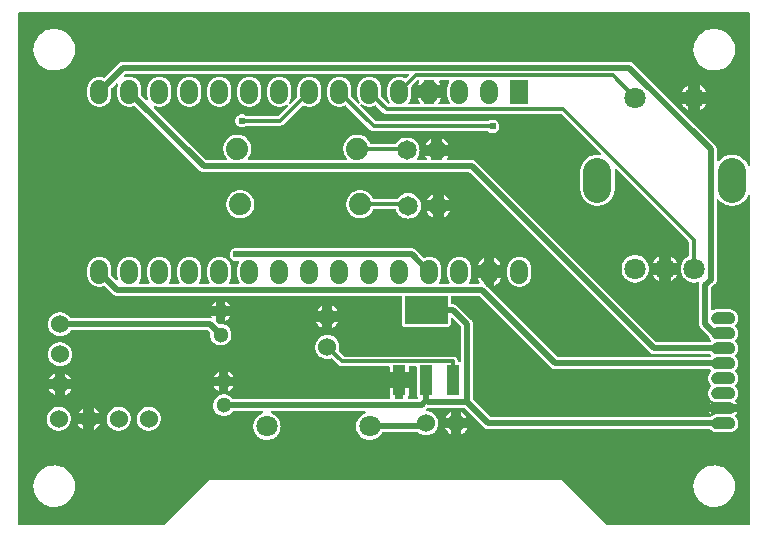
<source format=gtl>
G04 Layer: TopLayer*
G04 EasyEDA v6.4.31, 2022-02-21 16:35:37*
G04 86a35107d0e148c68cbe8ff221d4d82a,63e7e6c6506342ae886175fa881d857f,10*
G04 Gerber Generator version 0.2*
G04 Scale: 100 percent, Rotated: No, Reflected: No *
G04 Dimensions in millimeters *
G04 leading zeros omitted , absolute positions ,4 integer and 5 decimal *
%FSLAX45Y45*%
%MOMM*%

%ADD11C,0.5000*%
%ADD12C,0.3000*%
%ADD13C,0.6100*%
%ADD14R,1.1000X2.5000*%
%ADD16C,1.5240*%
%ADD17C,1.3000*%
%ADD18C,1.8000*%
%ADD19C,1.6510*%
%ADD20C,1.8796*%
%ADD21R,1.5240X2.0320*%
%ADD22C,2.4000*%

%LPD*%
G36*
X9268815Y-2862478D02*
G01*
X9265056Y-2861716D01*
X9261805Y-2859633D01*
X9259570Y-2856484D01*
X9258706Y-2852724D01*
X9259265Y-2848914D01*
X9261195Y-2845612D01*
X9263075Y-2843428D01*
X9270492Y-2832354D01*
X9276435Y-2820365D01*
X9280702Y-2807716D01*
X9283293Y-2794609D01*
X9284208Y-2780944D01*
X9284208Y-2730855D01*
X9283344Y-2717393D01*
X9283954Y-2713177D01*
X9286290Y-2709570D01*
X9335008Y-2660802D01*
X9338310Y-2658618D01*
X9343136Y-2657856D01*
X9347352Y-2658770D01*
X9350857Y-2661412D01*
X9352889Y-2665222D01*
X9353143Y-2669590D01*
X9351568Y-2673654D01*
X9347708Y-2679446D01*
X9341764Y-2691434D01*
X9339326Y-2698750D01*
X9391650Y-2698750D01*
X9391650Y-2668016D01*
X9392412Y-2664104D01*
X9394647Y-2660802D01*
X9397898Y-2658618D01*
X9401810Y-2657856D01*
X9470390Y-2657856D01*
X9474301Y-2658618D01*
X9477552Y-2660802D01*
X9479788Y-2664104D01*
X9480550Y-2668016D01*
X9480550Y-2698750D01*
X9532874Y-2698750D01*
X9530435Y-2691434D01*
X9524492Y-2679446D01*
X9520631Y-2673654D01*
X9519056Y-2669590D01*
X9519310Y-2665222D01*
X9521342Y-2661412D01*
X9524847Y-2658770D01*
X9529064Y-2657856D01*
X9597136Y-2657856D01*
X9601352Y-2658770D01*
X9604857Y-2661412D01*
X9606889Y-2665222D01*
X9607143Y-2669590D01*
X9605568Y-2673654D01*
X9601708Y-2679446D01*
X9595764Y-2691434D01*
X9591497Y-2704084D01*
X9588906Y-2717190D01*
X9587992Y-2730855D01*
X9587992Y-2780944D01*
X9588906Y-2794609D01*
X9591497Y-2807716D01*
X9595764Y-2820365D01*
X9601708Y-2832354D01*
X9609124Y-2843428D01*
X9611004Y-2845612D01*
X9612934Y-2848914D01*
X9613493Y-2852724D01*
X9612630Y-2856484D01*
X9610394Y-2859633D01*
X9607143Y-2861716D01*
X9603384Y-2862478D01*
X9522815Y-2862478D01*
X9519056Y-2861716D01*
X9515805Y-2859633D01*
X9513570Y-2856484D01*
X9512706Y-2852724D01*
X9513265Y-2848914D01*
X9515195Y-2845612D01*
X9517075Y-2843428D01*
X9524492Y-2832354D01*
X9530435Y-2820365D01*
X9532874Y-2813050D01*
X9480550Y-2813050D01*
X9480550Y-2852318D01*
X9479788Y-2856179D01*
X9477552Y-2859481D01*
X9474301Y-2861716D01*
X9470390Y-2862478D01*
X9401810Y-2862478D01*
X9397898Y-2861716D01*
X9394647Y-2859481D01*
X9392412Y-2856179D01*
X9391650Y-2852318D01*
X9391650Y-2813050D01*
X9339326Y-2813050D01*
X9341764Y-2820365D01*
X9347708Y-2832354D01*
X9355124Y-2843428D01*
X9357004Y-2845612D01*
X9358934Y-2848914D01*
X9359493Y-2852724D01*
X9358630Y-2856484D01*
X9356394Y-2859633D01*
X9353143Y-2861716D01*
X9349384Y-2862478D01*
G37*

%LPD*%
G36*
X11362588Y-4876698D02*
G01*
X11358727Y-4875936D01*
X11355425Y-4873701D01*
X9831120Y-3349396D01*
X9827717Y-3346246D01*
X9824161Y-3343554D01*
X9820402Y-3341166D01*
X9816490Y-3339134D01*
X9812375Y-3337407D01*
X9808159Y-3336086D01*
X9803790Y-3335121D01*
X9799421Y-3334562D01*
X9794748Y-3334359D01*
X9593021Y-3334359D01*
X9589211Y-3333597D01*
X9586010Y-3331514D01*
X9583775Y-3328365D01*
X9582861Y-3324656D01*
X9583420Y-3320846D01*
X9585604Y-3317189D01*
X9593529Y-3305403D01*
X9596780Y-3298850D01*
X9547250Y-3298850D01*
X9547250Y-3324199D01*
X9546437Y-3328060D01*
X9544253Y-3331362D01*
X9540951Y-3333597D01*
X9537090Y-3334359D01*
X9462160Y-3334359D01*
X9458248Y-3333597D01*
X9454946Y-3331362D01*
X9452762Y-3328060D01*
X9452000Y-3324199D01*
X9452000Y-3298850D01*
X9402419Y-3298850D01*
X9405670Y-3305403D01*
X9413798Y-3317494D01*
X9415780Y-3320846D01*
X9416338Y-3324656D01*
X9415424Y-3328365D01*
X9413189Y-3331514D01*
X9409988Y-3333597D01*
X9406178Y-3334359D01*
X9339021Y-3334359D01*
X9335211Y-3333597D01*
X9332010Y-3331514D01*
X9329775Y-3328365D01*
X9328861Y-3324656D01*
X9329420Y-3320846D01*
X9331604Y-3317189D01*
X9339529Y-3305403D01*
X9345777Y-3292703D01*
X9350349Y-3279241D01*
X9353092Y-3265373D01*
X9354058Y-3251200D01*
X9353092Y-3237026D01*
X9350349Y-3223158D01*
X9345777Y-3209696D01*
X9339529Y-3196996D01*
X9331604Y-3185210D01*
X9322257Y-3174542D01*
X9311589Y-3165195D01*
X9299803Y-3157270D01*
X9287103Y-3151022D01*
X9273641Y-3146450D01*
X9259773Y-3143707D01*
X9245600Y-3142742D01*
X9231426Y-3143707D01*
X9217558Y-3146450D01*
X9204096Y-3151022D01*
X9191396Y-3157270D01*
X9179610Y-3165195D01*
X9168942Y-3174542D01*
X9159595Y-3185210D01*
X9154312Y-3193084D01*
X9152026Y-3195472D01*
X9149130Y-3197047D01*
X9145828Y-3197606D01*
X8945930Y-3197606D01*
X8941968Y-3196793D01*
X8938615Y-3194507D01*
X8936431Y-3191103D01*
X8935415Y-3188411D01*
X8928404Y-3175406D01*
X8919870Y-3163366D01*
X8909964Y-3152444D01*
X8898737Y-3142843D01*
X8886444Y-3134715D01*
X8873236Y-3128111D01*
X8859316Y-3123184D01*
X8844889Y-3120034D01*
X8830208Y-3118713D01*
X8815425Y-3119120D01*
X8800846Y-3121406D01*
X8786672Y-3125470D01*
X8773058Y-3131210D01*
X8760307Y-3138576D01*
X8748522Y-3147466D01*
X8737904Y-3157728D01*
X8728659Y-3169259D01*
X8720886Y-3181807D01*
X8714740Y-3195218D01*
X8710269Y-3209239D01*
X8707526Y-3223768D01*
X8706612Y-3238500D01*
X8707526Y-3253232D01*
X8710269Y-3267760D01*
X8714740Y-3281781D01*
X8720886Y-3295192D01*
X8728659Y-3307740D01*
X8736787Y-3317798D01*
X8738565Y-3321151D01*
X8738971Y-3324910D01*
X8738006Y-3328568D01*
X8735771Y-3331616D01*
X8732570Y-3333648D01*
X8728862Y-3334359D01*
X7908036Y-3334359D01*
X7904225Y-3333597D01*
X7900974Y-3331464D01*
X7898739Y-3328314D01*
X7897875Y-3324504D01*
X7898485Y-3320694D01*
X7900517Y-3317341D01*
X7903870Y-3313633D01*
X7912404Y-3301593D01*
X7919415Y-3288588D01*
X7924749Y-3274822D01*
X7928305Y-3260547D01*
X7930134Y-3245866D01*
X7930134Y-3231134D01*
X7928305Y-3216452D01*
X7924749Y-3202178D01*
X7919415Y-3188411D01*
X7912404Y-3175406D01*
X7903870Y-3163366D01*
X7893964Y-3152444D01*
X7882737Y-3142843D01*
X7870444Y-3134715D01*
X7857236Y-3128111D01*
X7843316Y-3123184D01*
X7828889Y-3120034D01*
X7814208Y-3118713D01*
X7799425Y-3119120D01*
X7784846Y-3121406D01*
X7770672Y-3125470D01*
X7757058Y-3131210D01*
X7744307Y-3138576D01*
X7732522Y-3147466D01*
X7721904Y-3157728D01*
X7712659Y-3169259D01*
X7704886Y-3181807D01*
X7698740Y-3195218D01*
X7694269Y-3209239D01*
X7691526Y-3223768D01*
X7690612Y-3238500D01*
X7691526Y-3253232D01*
X7694269Y-3267760D01*
X7698740Y-3281781D01*
X7704886Y-3295192D01*
X7712659Y-3307740D01*
X7720787Y-3317798D01*
X7722565Y-3321151D01*
X7722971Y-3324910D01*
X7722006Y-3328568D01*
X7719771Y-3331616D01*
X7716570Y-3333648D01*
X7712862Y-3334359D01*
X7550759Y-3334359D01*
X7546848Y-3333597D01*
X7543596Y-3331362D01*
X7106666Y-2894482D01*
X7104278Y-2890672D01*
X7103770Y-2886202D01*
X7105243Y-2881934D01*
X7108393Y-2878734D01*
X7112660Y-2877210D01*
X7117130Y-2877667D01*
X7123684Y-2879902D01*
X7136790Y-2882493D01*
X7150100Y-2883408D01*
X7163409Y-2882493D01*
X7176516Y-2879902D01*
X7189165Y-2875635D01*
X7201153Y-2869692D01*
X7212228Y-2862275D01*
X7222286Y-2853486D01*
X7231075Y-2843428D01*
X7238492Y-2832354D01*
X7244435Y-2820365D01*
X7248702Y-2807716D01*
X7251293Y-2794609D01*
X7252208Y-2780944D01*
X7252208Y-2730855D01*
X7251293Y-2717190D01*
X7248702Y-2704084D01*
X7244435Y-2691434D01*
X7238492Y-2679446D01*
X7231075Y-2668371D01*
X7222286Y-2658313D01*
X7212228Y-2649524D01*
X7201153Y-2642108D01*
X7189165Y-2636164D01*
X7176516Y-2631897D01*
X7163409Y-2629306D01*
X7150100Y-2628392D01*
X7136790Y-2629306D01*
X7123684Y-2631897D01*
X7111034Y-2636164D01*
X7099046Y-2642108D01*
X7087971Y-2649524D01*
X7077913Y-2658313D01*
X7069124Y-2668371D01*
X7061708Y-2679446D01*
X7055764Y-2691434D01*
X7051497Y-2704084D01*
X7048906Y-2717190D01*
X7047992Y-2730855D01*
X7047992Y-2780944D01*
X7048906Y-2794609D01*
X7051497Y-2807716D01*
X7053732Y-2814269D01*
X7054189Y-2818739D01*
X7052665Y-2823006D01*
X7049465Y-2826156D01*
X7045198Y-2827629D01*
X7040727Y-2827121D01*
X7036917Y-2824734D01*
X7001154Y-2788970D01*
X6998817Y-2785364D01*
X6998208Y-2780944D01*
X6998208Y-2730855D01*
X6997293Y-2717190D01*
X6994702Y-2704084D01*
X6990435Y-2691434D01*
X6984492Y-2679446D01*
X6977075Y-2668371D01*
X6968286Y-2658313D01*
X6958228Y-2649524D01*
X6947153Y-2642108D01*
X6935165Y-2636164D01*
X6922516Y-2631897D01*
X6909409Y-2629306D01*
X6896100Y-2628392D01*
X6882790Y-2629306D01*
X6869684Y-2631897D01*
X6863130Y-2634132D01*
X6858660Y-2634589D01*
X6854393Y-2633065D01*
X6851243Y-2629865D01*
X6849770Y-2625598D01*
X6850278Y-2621127D01*
X6852666Y-2617317D01*
X6863689Y-2606294D01*
X6866991Y-2604109D01*
X6870852Y-2603347D01*
X9252305Y-2603347D01*
X9256166Y-2604109D01*
X9259468Y-2606294D01*
X9261652Y-2609596D01*
X9262465Y-2613507D01*
X9261652Y-2617368D01*
X9259468Y-2620670D01*
X9241586Y-2638552D01*
X9238081Y-2640838D01*
X9233966Y-2641549D01*
X9229902Y-2640482D01*
X9221165Y-2636164D01*
X9208516Y-2631897D01*
X9195409Y-2629306D01*
X9182100Y-2628392D01*
X9168790Y-2629306D01*
X9155684Y-2631897D01*
X9143034Y-2636164D01*
X9131046Y-2642108D01*
X9119971Y-2649524D01*
X9109913Y-2658313D01*
X9101124Y-2668371D01*
X9093708Y-2679446D01*
X9087764Y-2691434D01*
X9083497Y-2704084D01*
X9080906Y-2717190D01*
X9079992Y-2730855D01*
X9079992Y-2780944D01*
X9080906Y-2794609D01*
X9083497Y-2807716D01*
X9087764Y-2820365D01*
X9093708Y-2832354D01*
X9099397Y-2840888D01*
X9100972Y-2844850D01*
X9100769Y-2849067D01*
X9098889Y-2852877D01*
X9095638Y-2855569D01*
X9091523Y-2856687D01*
X9087307Y-2856026D01*
X9083751Y-2853690D01*
X9032290Y-2802229D01*
X9029954Y-2798622D01*
X9029344Y-2794406D01*
X9030208Y-2780944D01*
X9030208Y-2730855D01*
X9029293Y-2717190D01*
X9026702Y-2704084D01*
X9022435Y-2691434D01*
X9016492Y-2679446D01*
X9009075Y-2668371D01*
X9000286Y-2658313D01*
X8990228Y-2649524D01*
X8979154Y-2642108D01*
X8967165Y-2636164D01*
X8954516Y-2631897D01*
X8941409Y-2629306D01*
X8928100Y-2628392D01*
X8914790Y-2629306D01*
X8901684Y-2631897D01*
X8889034Y-2636164D01*
X8877046Y-2642108D01*
X8865971Y-2649524D01*
X8855913Y-2658313D01*
X8847124Y-2668371D01*
X8839708Y-2679446D01*
X8833764Y-2691434D01*
X8829497Y-2704084D01*
X8826906Y-2717190D01*
X8825992Y-2730855D01*
X8825992Y-2780944D01*
X8826906Y-2794609D01*
X8829497Y-2807716D01*
X8833764Y-2820365D01*
X8839708Y-2832354D01*
X8845397Y-2840888D01*
X8846972Y-2844850D01*
X8846769Y-2849067D01*
X8844889Y-2852877D01*
X8841638Y-2855569D01*
X8837523Y-2856687D01*
X8833307Y-2856026D01*
X8829751Y-2853690D01*
X8778290Y-2802229D01*
X8775954Y-2798622D01*
X8775344Y-2794406D01*
X8776208Y-2780944D01*
X8776208Y-2730855D01*
X8775293Y-2717190D01*
X8772702Y-2704084D01*
X8768435Y-2691434D01*
X8762492Y-2679446D01*
X8755075Y-2668371D01*
X8746286Y-2658313D01*
X8736228Y-2649524D01*
X8725154Y-2642108D01*
X8713165Y-2636164D01*
X8700516Y-2631897D01*
X8687409Y-2629306D01*
X8674100Y-2628392D01*
X8660790Y-2629306D01*
X8647684Y-2631897D01*
X8635034Y-2636164D01*
X8623046Y-2642108D01*
X8611971Y-2649524D01*
X8601913Y-2658313D01*
X8593124Y-2668371D01*
X8585708Y-2679446D01*
X8579764Y-2691434D01*
X8575497Y-2704084D01*
X8572906Y-2717190D01*
X8571992Y-2730855D01*
X8571992Y-2780944D01*
X8572906Y-2794609D01*
X8575497Y-2807716D01*
X8579764Y-2820365D01*
X8585708Y-2832354D01*
X8593124Y-2843428D01*
X8601913Y-2853486D01*
X8611971Y-2862275D01*
X8623046Y-2869692D01*
X8635034Y-2875635D01*
X8647684Y-2879902D01*
X8660790Y-2882493D01*
X8674100Y-2883408D01*
X8687409Y-2882493D01*
X8700516Y-2879902D01*
X8713165Y-2875635D01*
X8721902Y-2871317D01*
X8725966Y-2870250D01*
X8730081Y-2870962D01*
X8733586Y-2873248D01*
X8937142Y-3076803D01*
X8943746Y-3082188D01*
X8950807Y-3085998D01*
X8958478Y-3088284D01*
X8966911Y-3089148D01*
X9929977Y-3089148D01*
X9933025Y-3089605D01*
X9935768Y-3090976D01*
X9944455Y-3097022D01*
X9953345Y-3101187D01*
X9962845Y-3103727D01*
X9972649Y-3104591D01*
X9982454Y-3103727D01*
X9991953Y-3101187D01*
X10000843Y-3097022D01*
X10008870Y-3091434D01*
X10015829Y-3084474D01*
X10021468Y-3076397D01*
X10025634Y-3067507D01*
X10028174Y-3058007D01*
X10029037Y-3048254D01*
X10028174Y-3038449D01*
X10025634Y-3028950D01*
X10021468Y-3020060D01*
X10015829Y-3011982D01*
X10008870Y-3005023D01*
X10000843Y-2999435D01*
X9991953Y-2995269D01*
X9982454Y-2992729D01*
X9972649Y-2991866D01*
X9962845Y-2992729D01*
X9953345Y-2995269D01*
X9944455Y-2999435D01*
X9935768Y-3005480D01*
X9933025Y-3006852D01*
X9929977Y-3007309D01*
X8987586Y-3007309D01*
X8983675Y-3006547D01*
X8980373Y-3004362D01*
X8855710Y-2879648D01*
X8853373Y-2876092D01*
X8852712Y-2871876D01*
X8853830Y-2867761D01*
X8856522Y-2864510D01*
X8860332Y-2862630D01*
X8864549Y-2862427D01*
X8868511Y-2864002D01*
X8877046Y-2869692D01*
X8889034Y-2875635D01*
X8901684Y-2879902D01*
X8914790Y-2882493D01*
X8928100Y-2883408D01*
X8941409Y-2882493D01*
X8954516Y-2879902D01*
X8967165Y-2875635D01*
X8975902Y-2871317D01*
X8979966Y-2870250D01*
X8984081Y-2870962D01*
X8987586Y-2873248D01*
X9046311Y-2931922D01*
X9052864Y-2937357D01*
X9059926Y-2941116D01*
X9067596Y-2943453D01*
X9076080Y-2944266D01*
X10551566Y-2944266D01*
X10555478Y-2945079D01*
X10558780Y-2947263D01*
X10884865Y-3273348D01*
X10887100Y-3276752D01*
X10887862Y-3280765D01*
X10886948Y-3284728D01*
X10884611Y-3288029D01*
X10881106Y-3290112D01*
X10877092Y-3290722D01*
X10859973Y-3289706D01*
X10843666Y-3290620D01*
X10827512Y-3293364D01*
X10811814Y-3297885D01*
X10796676Y-3304184D01*
X10782401Y-3312058D01*
X10769041Y-3321558D01*
X10756849Y-3332429D01*
X10745927Y-3344621D01*
X10736478Y-3357981D01*
X10728553Y-3372307D01*
X10722305Y-3387445D01*
X10717784Y-3403142D01*
X10715040Y-3419297D01*
X10714075Y-3435908D01*
X10714075Y-3575304D01*
X10715040Y-3591966D01*
X10717784Y-3608070D01*
X10722305Y-3623767D01*
X10728553Y-3638905D01*
X10736478Y-3653231D01*
X10745927Y-3666591D01*
X10756849Y-3678783D01*
X10769041Y-3689654D01*
X10782401Y-3699154D01*
X10796676Y-3707028D01*
X10811814Y-3713327D01*
X10827512Y-3717848D01*
X10843666Y-3720592D01*
X10860024Y-3721506D01*
X10876330Y-3720592D01*
X10892485Y-3717848D01*
X10908182Y-3713327D01*
X10923320Y-3707028D01*
X10937595Y-3699154D01*
X10950956Y-3689654D01*
X10963148Y-3678783D01*
X10974070Y-3666591D01*
X10983518Y-3653231D01*
X10991443Y-3638905D01*
X10997692Y-3623767D01*
X11002213Y-3608070D01*
X11004956Y-3591966D01*
X11005921Y-3575304D01*
X11005921Y-3435908D01*
X11004905Y-3418484D01*
X11005464Y-3414471D01*
X11007598Y-3411016D01*
X11010900Y-3408629D01*
X11014862Y-3407765D01*
X11018824Y-3408476D01*
X11022228Y-3410712D01*
X11636146Y-4024629D01*
X11638330Y-4027932D01*
X11639092Y-4031792D01*
X11639092Y-4140504D01*
X11638330Y-4144416D01*
X11636044Y-4147769D01*
X11632692Y-4149953D01*
X11630660Y-4150715D01*
X11617909Y-4157726D01*
X11606123Y-4166311D01*
X11595557Y-4176268D01*
X11586260Y-4187494D01*
X11578437Y-4199737D01*
X11572240Y-4212945D01*
X11567769Y-4226763D01*
X11565026Y-4241088D01*
X11564112Y-4255566D01*
X11565128Y-4270451D01*
X11567769Y-4284421D01*
X11572240Y-4298238D01*
X11578437Y-4311446D01*
X11586260Y-4323689D01*
X11595557Y-4334916D01*
X11606123Y-4344873D01*
X11617909Y-4353458D01*
X11630660Y-4360468D01*
X11644223Y-4365802D01*
X11658295Y-4369409D01*
X11672722Y-4371238D01*
X11687302Y-4371238D01*
X11701729Y-4369409D01*
X11711178Y-4367022D01*
X11715343Y-4366818D01*
X11719204Y-4368342D01*
X11722201Y-4371238D01*
X11723725Y-4375150D01*
X11723573Y-4379315D01*
X11721795Y-4386224D01*
X11721236Y-4390491D01*
X11721033Y-4395165D01*
X11721033Y-4721809D01*
X11721236Y-4726432D01*
X11721846Y-4730851D01*
X11722811Y-4735169D01*
X11724132Y-4739436D01*
X11725808Y-4743500D01*
X11727891Y-4747463D01*
X11730278Y-4751222D01*
X11732971Y-4754727D01*
X11736120Y-4758182D01*
X11799570Y-4821631D01*
X11801856Y-4825136D01*
X11804294Y-4831435D01*
X11805970Y-4834991D01*
X11810847Y-4843373D01*
X11816638Y-4850892D01*
X11822633Y-4857038D01*
X11824766Y-4860340D01*
X11825478Y-4864303D01*
X11824665Y-4868164D01*
X11822379Y-4871466D01*
X11819839Y-4873853D01*
X11816588Y-4875936D01*
X11812828Y-4876698D01*
G37*

%LPC*%
G36*
X11172748Y-4371238D02*
G01*
X11187277Y-4371238D01*
X11201704Y-4369409D01*
X11215827Y-4365802D01*
X11229340Y-4360468D01*
X11242090Y-4353458D01*
X11253876Y-4344873D01*
X11264493Y-4334916D01*
X11273790Y-4323689D01*
X11281562Y-4311446D01*
X11287760Y-4298238D01*
X11292281Y-4284421D01*
X11294973Y-4270095D01*
X11295888Y-4255617D01*
X11294922Y-4240682D01*
X11292281Y-4226763D01*
X11287760Y-4212945D01*
X11281562Y-4199737D01*
X11273790Y-4187494D01*
X11264493Y-4176268D01*
X11253876Y-4166311D01*
X11242090Y-4157726D01*
X11229340Y-4150715D01*
X11215827Y-4145381D01*
X11201704Y-4141774D01*
X11187277Y-4139946D01*
X11172748Y-4139946D01*
X11158321Y-4141774D01*
X11144199Y-4145381D01*
X11130686Y-4150715D01*
X11117935Y-4157726D01*
X11106150Y-4166311D01*
X11095532Y-4176268D01*
X11086236Y-4187494D01*
X11078464Y-4199737D01*
X11072266Y-4212945D01*
X11067745Y-4226763D01*
X11065052Y-4241088D01*
X11064138Y-4255617D01*
X11065052Y-4270095D01*
X11067745Y-4284421D01*
X11072266Y-4298238D01*
X11078464Y-4311446D01*
X11086236Y-4323689D01*
X11095532Y-4334916D01*
X11106150Y-4344873D01*
X11117935Y-4353458D01*
X11130686Y-4360468D01*
X11144199Y-4365802D01*
X11158321Y-4369409D01*
G37*
G36*
X11378641Y-4359351D02*
G01*
X11378641Y-4306925D01*
X11326317Y-4306925D01*
X11328450Y-4311446D01*
X11336223Y-4323689D01*
X11345519Y-4334916D01*
X11356136Y-4344873D01*
X11367922Y-4353458D01*
G37*
G36*
X11481358Y-4359351D02*
G01*
X11492077Y-4353458D01*
X11503863Y-4344873D01*
X11514480Y-4334916D01*
X11523776Y-4323689D01*
X11531549Y-4311446D01*
X11533682Y-4306925D01*
X11481358Y-4306925D01*
G37*
G36*
X11326317Y-4204258D02*
G01*
X11378641Y-4204258D01*
X11378641Y-4151833D01*
X11367922Y-4157726D01*
X11356136Y-4166311D01*
X11345519Y-4176268D01*
X11336223Y-4187494D01*
X11328450Y-4199737D01*
G37*
G36*
X11481358Y-4204258D02*
G01*
X11533682Y-4204258D01*
X11531549Y-4199737D01*
X11523776Y-4187494D01*
X11514480Y-4176268D01*
X11503863Y-4166311D01*
X11492077Y-4157726D01*
X11481358Y-4151833D01*
G37*
G36*
X9402419Y-3203600D02*
G01*
X9452000Y-3203600D01*
X9452000Y-3154019D01*
X9445396Y-3157270D01*
X9433610Y-3165195D01*
X9422942Y-3174542D01*
X9413595Y-3185210D01*
X9405670Y-3196996D01*
G37*
G36*
X9547250Y-3203600D02*
G01*
X9596780Y-3203600D01*
X9593529Y-3196996D01*
X9585604Y-3185210D01*
X9576257Y-3174542D01*
X9565589Y-3165195D01*
X9553803Y-3157270D01*
X9547250Y-3154019D01*
G37*
G36*
X7850886Y-3057347D02*
G01*
X7860690Y-3056483D01*
X7870190Y-3053943D01*
X7879080Y-3049778D01*
X7887766Y-3043732D01*
X7890509Y-3042361D01*
X7893558Y-3041904D01*
X8174532Y-3041904D01*
X8182965Y-3041040D01*
X8190636Y-3038754D01*
X8197697Y-3034944D01*
X8204301Y-3029559D01*
X8360613Y-2873248D01*
X8364118Y-2870962D01*
X8368233Y-2870250D01*
X8372297Y-2871317D01*
X8381034Y-2875635D01*
X8393684Y-2879902D01*
X8406790Y-2882493D01*
X8420100Y-2883408D01*
X8433409Y-2882493D01*
X8446516Y-2879902D01*
X8459165Y-2875635D01*
X8471154Y-2869692D01*
X8482228Y-2862275D01*
X8492286Y-2853486D01*
X8501075Y-2843428D01*
X8508492Y-2832354D01*
X8514435Y-2820365D01*
X8518702Y-2807716D01*
X8521293Y-2794609D01*
X8522208Y-2780944D01*
X8522208Y-2730855D01*
X8521293Y-2717190D01*
X8518702Y-2704084D01*
X8514435Y-2691434D01*
X8508492Y-2679446D01*
X8501075Y-2668371D01*
X8492286Y-2658313D01*
X8482228Y-2649524D01*
X8471154Y-2642108D01*
X8459165Y-2636164D01*
X8446516Y-2631897D01*
X8433409Y-2629306D01*
X8420100Y-2628392D01*
X8406790Y-2629306D01*
X8393684Y-2631897D01*
X8381034Y-2636164D01*
X8369046Y-2642108D01*
X8357971Y-2649524D01*
X8347913Y-2658313D01*
X8339124Y-2668371D01*
X8331708Y-2679446D01*
X8325764Y-2691434D01*
X8321497Y-2704084D01*
X8318906Y-2717190D01*
X8317992Y-2730855D01*
X8317992Y-2780944D01*
X8318855Y-2794406D01*
X8318246Y-2798622D01*
X8315909Y-2802229D01*
X8264448Y-2853690D01*
X8260892Y-2856026D01*
X8256676Y-2856687D01*
X8252561Y-2855569D01*
X8249310Y-2852877D01*
X8247430Y-2849067D01*
X8247227Y-2844850D01*
X8248802Y-2840888D01*
X8254492Y-2832354D01*
X8260435Y-2820365D01*
X8264702Y-2807716D01*
X8267293Y-2794609D01*
X8268208Y-2780944D01*
X8268208Y-2730855D01*
X8267293Y-2717190D01*
X8264702Y-2704084D01*
X8260435Y-2691434D01*
X8254492Y-2679446D01*
X8247075Y-2668371D01*
X8238286Y-2658313D01*
X8228228Y-2649524D01*
X8217153Y-2642108D01*
X8205165Y-2636164D01*
X8192516Y-2631897D01*
X8179409Y-2629306D01*
X8166100Y-2628392D01*
X8152790Y-2629306D01*
X8139684Y-2631897D01*
X8127034Y-2636164D01*
X8115046Y-2642108D01*
X8103971Y-2649524D01*
X8093913Y-2658313D01*
X8085124Y-2668371D01*
X8077708Y-2679446D01*
X8071764Y-2691434D01*
X8067497Y-2704084D01*
X8064906Y-2717190D01*
X8063992Y-2730855D01*
X8063992Y-2780944D01*
X8064906Y-2794609D01*
X8067497Y-2807716D01*
X8071764Y-2820365D01*
X8077708Y-2832354D01*
X8085124Y-2843428D01*
X8093913Y-2853486D01*
X8103971Y-2862275D01*
X8115046Y-2869692D01*
X8127034Y-2875635D01*
X8139684Y-2879902D01*
X8152790Y-2882493D01*
X8166100Y-2883408D01*
X8179409Y-2882493D01*
X8192516Y-2879902D01*
X8205165Y-2875635D01*
X8217153Y-2869692D01*
X8225688Y-2864002D01*
X8229650Y-2862427D01*
X8233867Y-2862630D01*
X8237677Y-2864510D01*
X8240369Y-2867761D01*
X8241487Y-2871876D01*
X8240826Y-2876092D01*
X8238490Y-2879648D01*
X8161070Y-2957118D01*
X8157768Y-2959303D01*
X8153857Y-2960065D01*
X7893558Y-2960065D01*
X7890509Y-2959608D01*
X7887766Y-2958236D01*
X7879080Y-2952191D01*
X7870190Y-2948025D01*
X7860690Y-2945485D01*
X7850886Y-2944622D01*
X7841081Y-2945485D01*
X7831581Y-2948025D01*
X7822692Y-2952191D01*
X7814665Y-2957779D01*
X7807706Y-2964738D01*
X7802067Y-2972816D01*
X7797901Y-2981706D01*
X7795361Y-2991205D01*
X7794498Y-3001010D01*
X7795361Y-3010763D01*
X7797901Y-3020263D01*
X7802067Y-3029153D01*
X7807706Y-3037230D01*
X7814665Y-3044190D01*
X7822692Y-3049778D01*
X7831581Y-3053943D01*
X7841081Y-3056483D01*
G37*
G36*
X7404100Y-2883408D02*
G01*
X7417409Y-2882493D01*
X7430516Y-2879902D01*
X7443165Y-2875635D01*
X7455153Y-2869692D01*
X7466228Y-2862275D01*
X7476286Y-2853486D01*
X7485075Y-2843428D01*
X7492492Y-2832354D01*
X7498435Y-2820365D01*
X7502702Y-2807716D01*
X7505293Y-2794609D01*
X7506208Y-2780944D01*
X7506208Y-2730855D01*
X7505293Y-2717190D01*
X7502702Y-2704084D01*
X7498435Y-2691434D01*
X7492492Y-2679446D01*
X7485075Y-2668371D01*
X7476286Y-2658313D01*
X7466228Y-2649524D01*
X7455153Y-2642108D01*
X7443165Y-2636164D01*
X7430516Y-2631897D01*
X7417409Y-2629306D01*
X7404100Y-2628392D01*
X7390790Y-2629306D01*
X7377684Y-2631897D01*
X7365034Y-2636164D01*
X7353046Y-2642108D01*
X7341971Y-2649524D01*
X7331913Y-2658313D01*
X7323124Y-2668371D01*
X7315708Y-2679446D01*
X7309764Y-2691434D01*
X7305497Y-2704084D01*
X7302906Y-2717190D01*
X7301992Y-2730855D01*
X7301992Y-2780944D01*
X7302906Y-2794609D01*
X7305497Y-2807716D01*
X7309764Y-2820365D01*
X7315708Y-2832354D01*
X7323124Y-2843428D01*
X7331913Y-2853486D01*
X7341971Y-2862275D01*
X7353046Y-2869692D01*
X7365034Y-2875635D01*
X7377684Y-2879902D01*
X7390790Y-2882493D01*
G37*
G36*
X7912100Y-2883408D02*
G01*
X7925409Y-2882493D01*
X7938516Y-2879902D01*
X7951165Y-2875635D01*
X7963153Y-2869692D01*
X7974228Y-2862275D01*
X7984286Y-2853486D01*
X7993075Y-2843428D01*
X8000492Y-2832354D01*
X8006435Y-2820365D01*
X8010702Y-2807716D01*
X8013293Y-2794609D01*
X8014208Y-2780944D01*
X8014208Y-2730855D01*
X8013293Y-2717190D01*
X8010702Y-2704084D01*
X8006435Y-2691434D01*
X8000492Y-2679446D01*
X7993075Y-2668371D01*
X7984286Y-2658313D01*
X7974228Y-2649524D01*
X7963153Y-2642108D01*
X7951165Y-2636164D01*
X7938516Y-2631897D01*
X7925409Y-2629306D01*
X7912100Y-2628392D01*
X7898790Y-2629306D01*
X7885684Y-2631897D01*
X7873034Y-2636164D01*
X7861046Y-2642108D01*
X7849971Y-2649524D01*
X7839913Y-2658313D01*
X7831124Y-2668371D01*
X7823708Y-2679446D01*
X7817764Y-2691434D01*
X7813497Y-2704084D01*
X7810906Y-2717190D01*
X7809992Y-2730855D01*
X7809992Y-2780944D01*
X7810906Y-2794609D01*
X7813497Y-2807716D01*
X7817764Y-2820365D01*
X7823708Y-2832354D01*
X7831124Y-2843428D01*
X7839913Y-2853486D01*
X7849971Y-2862275D01*
X7861046Y-2869692D01*
X7873034Y-2875635D01*
X7885684Y-2879902D01*
X7898790Y-2882493D01*
G37*
G36*
X7658100Y-2883408D02*
G01*
X7671409Y-2882493D01*
X7684516Y-2879902D01*
X7697165Y-2875635D01*
X7709153Y-2869692D01*
X7720228Y-2862275D01*
X7730286Y-2853486D01*
X7739075Y-2843428D01*
X7746492Y-2832354D01*
X7752435Y-2820365D01*
X7756702Y-2807716D01*
X7759293Y-2794609D01*
X7760208Y-2780944D01*
X7760208Y-2730855D01*
X7759293Y-2717190D01*
X7756702Y-2704084D01*
X7752435Y-2691434D01*
X7746492Y-2679446D01*
X7739075Y-2668371D01*
X7730286Y-2658313D01*
X7720228Y-2649524D01*
X7709153Y-2642108D01*
X7697165Y-2636164D01*
X7684516Y-2631897D01*
X7671409Y-2629306D01*
X7658100Y-2628392D01*
X7644790Y-2629306D01*
X7631684Y-2631897D01*
X7619034Y-2636164D01*
X7607046Y-2642108D01*
X7595971Y-2649524D01*
X7585913Y-2658313D01*
X7577124Y-2668371D01*
X7569708Y-2679446D01*
X7563764Y-2691434D01*
X7559497Y-2704084D01*
X7556906Y-2717190D01*
X7555992Y-2730855D01*
X7555992Y-2780944D01*
X7556906Y-2794609D01*
X7559497Y-2807716D01*
X7563764Y-2820365D01*
X7569708Y-2832354D01*
X7577124Y-2843428D01*
X7585913Y-2853486D01*
X7595971Y-2862275D01*
X7607046Y-2869692D01*
X7619034Y-2875635D01*
X7631684Y-2879902D01*
X7644790Y-2882493D01*
G37*

%LPD*%
G36*
X5966968Y-6425692D02*
G01*
X5963056Y-6424930D01*
X5959805Y-6422694D01*
X5957570Y-6419443D01*
X5956808Y-6415532D01*
X5956808Y-2093468D01*
X5957570Y-2089556D01*
X5959805Y-2086305D01*
X5963056Y-2084070D01*
X5966968Y-2083307D01*
X12143232Y-2083307D01*
X12147143Y-2084070D01*
X12150394Y-2086305D01*
X12152630Y-2089556D01*
X12153392Y-2093468D01*
X12153392Y-3374237D01*
X12152630Y-3378098D01*
X12150394Y-3381400D01*
X12147143Y-3383584D01*
X12143232Y-3384397D01*
X12139320Y-3383584D01*
X12136069Y-3381400D01*
X12133834Y-3378098D01*
X12131446Y-3372307D01*
X12123521Y-3357981D01*
X12114072Y-3344621D01*
X12103150Y-3332429D01*
X12090958Y-3321558D01*
X12077598Y-3312058D01*
X12063323Y-3304184D01*
X12048185Y-3297885D01*
X12032488Y-3293364D01*
X12016333Y-3290620D01*
X12000026Y-3289706D01*
X11983669Y-3290620D01*
X11967514Y-3293364D01*
X11951817Y-3297885D01*
X11936679Y-3304184D01*
X11922404Y-3312058D01*
X11909044Y-3321558D01*
X11896852Y-3332429D01*
X11887809Y-3342589D01*
X11884558Y-3344976D01*
X11880596Y-3345942D01*
X11876582Y-3345281D01*
X11873179Y-3343097D01*
X11870893Y-3339795D01*
X11870080Y-3335782D01*
X11870080Y-3244037D01*
X11869877Y-3239363D01*
X11869267Y-3234994D01*
X11868302Y-3230626D01*
X11866981Y-3226409D01*
X11865305Y-3222294D01*
X11863222Y-3218383D01*
X11860834Y-3214624D01*
X11858142Y-3211068D01*
X11854992Y-3207664D01*
X11163909Y-2516581D01*
X11160506Y-2513431D01*
X11156950Y-2510739D01*
X11153190Y-2508351D01*
X11149279Y-2506268D01*
X11145164Y-2504592D01*
X11140948Y-2503271D01*
X11136579Y-2502306D01*
X11132210Y-2501696D01*
X11127536Y-2501493D01*
X6845808Y-2501493D01*
X6841134Y-2501696D01*
X6836765Y-2502306D01*
X6832396Y-2503271D01*
X6828180Y-2504592D01*
X6824065Y-2506268D01*
X6820153Y-2508351D01*
X6816394Y-2510739D01*
X6812838Y-2513431D01*
X6809435Y-2516581D01*
X6692087Y-2633929D01*
X6688988Y-2636012D01*
X6685330Y-2636875D01*
X6681622Y-2636367D01*
X6668516Y-2631897D01*
X6655409Y-2629306D01*
X6642100Y-2628392D01*
X6628790Y-2629306D01*
X6615684Y-2631897D01*
X6603034Y-2636164D01*
X6591046Y-2642108D01*
X6579971Y-2649524D01*
X6569913Y-2658313D01*
X6561124Y-2668371D01*
X6553708Y-2679446D01*
X6547764Y-2691434D01*
X6543497Y-2704084D01*
X6540906Y-2717190D01*
X6539992Y-2730855D01*
X6539992Y-2780944D01*
X6540906Y-2794609D01*
X6543497Y-2807716D01*
X6547764Y-2820365D01*
X6553708Y-2832354D01*
X6561124Y-2843428D01*
X6569913Y-2853486D01*
X6579971Y-2862275D01*
X6591046Y-2869692D01*
X6603034Y-2875635D01*
X6615684Y-2879902D01*
X6628790Y-2882493D01*
X6642100Y-2883408D01*
X6655409Y-2882493D01*
X6668516Y-2879902D01*
X6681165Y-2875635D01*
X6693153Y-2869692D01*
X6704228Y-2862275D01*
X6714286Y-2853486D01*
X6723075Y-2843428D01*
X6730492Y-2832354D01*
X6736435Y-2820365D01*
X6740702Y-2807716D01*
X6743293Y-2794609D01*
X6744208Y-2780944D01*
X6744208Y-2730703D01*
X6744817Y-2726436D01*
X6747154Y-2722829D01*
X6782917Y-2687066D01*
X6786727Y-2684678D01*
X6791198Y-2684170D01*
X6795465Y-2685643D01*
X6798665Y-2688793D01*
X6800189Y-2693060D01*
X6799732Y-2697530D01*
X6797497Y-2704084D01*
X6794906Y-2717190D01*
X6793992Y-2730855D01*
X6793992Y-2780944D01*
X6794906Y-2794609D01*
X6797497Y-2807716D01*
X6801764Y-2820365D01*
X6807708Y-2832354D01*
X6815124Y-2843428D01*
X6823913Y-2853486D01*
X6833971Y-2862275D01*
X6845046Y-2869692D01*
X6857034Y-2875635D01*
X6869684Y-2879902D01*
X6882790Y-2882493D01*
X6896100Y-2883408D01*
X6909409Y-2882493D01*
X6922516Y-2879902D01*
X6935622Y-2875432D01*
X6939330Y-2874924D01*
X6942988Y-2875788D01*
X6946087Y-2877870D01*
X7489291Y-3421126D01*
X7492746Y-3424275D01*
X7496251Y-3426968D01*
X7500010Y-3429355D01*
X7503972Y-3431387D01*
X7508036Y-3433114D01*
X7512303Y-3434435D01*
X7516622Y-3435400D01*
X7521041Y-3435959D01*
X7525664Y-3436162D01*
X9769703Y-3436162D01*
X9773564Y-3436924D01*
X9776866Y-3439160D01*
X11301171Y-4963464D01*
X11304574Y-4966614D01*
X11308130Y-4969306D01*
X11311890Y-4971694D01*
X11315801Y-4973726D01*
X11319916Y-4975453D01*
X11324132Y-4976774D01*
X11328501Y-4977739D01*
X11332870Y-4978298D01*
X11337544Y-4978501D01*
X11812828Y-4978501D01*
X11816588Y-4979263D01*
X11819839Y-4981346D01*
X11822379Y-4983784D01*
X11824716Y-4987137D01*
X11825528Y-4991100D01*
X11824716Y-4995062D01*
X11822379Y-4998415D01*
X11819839Y-5000853D01*
X11816588Y-5002936D01*
X11812828Y-5003698D01*
X10529519Y-5003698D01*
X10525607Y-5002936D01*
X10522356Y-5000701D01*
X9918344Y-4396740D01*
X9914940Y-4393590D01*
X9911384Y-4390898D01*
X9905136Y-4387189D01*
X9902240Y-4384903D01*
X9900310Y-4381804D01*
X9899650Y-4378147D01*
X9899650Y-4337050D01*
X9847326Y-4337050D01*
X9849764Y-4344365D01*
X9855708Y-4356354D01*
X9862058Y-4365853D01*
X9863632Y-4369917D01*
X9863378Y-4374286D01*
X9861346Y-4378096D01*
X9857841Y-4380738D01*
X9853625Y-4381652D01*
X9780574Y-4381652D01*
X9776358Y-4380738D01*
X9772853Y-4378096D01*
X9770821Y-4374286D01*
X9770567Y-4369917D01*
X9772142Y-4365853D01*
X9778492Y-4356354D01*
X9784435Y-4344365D01*
X9788702Y-4331716D01*
X9791293Y-4318609D01*
X9792208Y-4304944D01*
X9792208Y-4254855D01*
X9791293Y-4241190D01*
X9788702Y-4228084D01*
X9784435Y-4215434D01*
X9778492Y-4203446D01*
X9771075Y-4192371D01*
X9762286Y-4182313D01*
X9752228Y-4173524D01*
X9741154Y-4166108D01*
X9729165Y-4160164D01*
X9716516Y-4155897D01*
X9703409Y-4153306D01*
X9690100Y-4152392D01*
X9676790Y-4153306D01*
X9663684Y-4155897D01*
X9651034Y-4160164D01*
X9639046Y-4166108D01*
X9627971Y-4173524D01*
X9617913Y-4182313D01*
X9609124Y-4192371D01*
X9601708Y-4203446D01*
X9595764Y-4215434D01*
X9591497Y-4228084D01*
X9588906Y-4241190D01*
X9587992Y-4254855D01*
X9587992Y-4304944D01*
X9588906Y-4318609D01*
X9591497Y-4331716D01*
X9595764Y-4344365D01*
X9601708Y-4356354D01*
X9608058Y-4365853D01*
X9609632Y-4369917D01*
X9609378Y-4374286D01*
X9607346Y-4378096D01*
X9603841Y-4380738D01*
X9599625Y-4381652D01*
X9526574Y-4381652D01*
X9522358Y-4380738D01*
X9518853Y-4378096D01*
X9516821Y-4374286D01*
X9516567Y-4369917D01*
X9518142Y-4365853D01*
X9524492Y-4356354D01*
X9530435Y-4344365D01*
X9534702Y-4331716D01*
X9537293Y-4318609D01*
X9538208Y-4304944D01*
X9538208Y-4254855D01*
X9537293Y-4241190D01*
X9534702Y-4228084D01*
X9530435Y-4215434D01*
X9524492Y-4203446D01*
X9517075Y-4192371D01*
X9508286Y-4182313D01*
X9498228Y-4173524D01*
X9487154Y-4166108D01*
X9475165Y-4160164D01*
X9462516Y-4155897D01*
X9449409Y-4153306D01*
X9436100Y-4152392D01*
X9422790Y-4153306D01*
X9409684Y-4155897D01*
X9396577Y-4160367D01*
X9392869Y-4160875D01*
X9389211Y-4160012D01*
X9386112Y-4157929D01*
X9324644Y-4096461D01*
X9321241Y-4093311D01*
X9317685Y-4090619D01*
X9313926Y-4088231D01*
X9310014Y-4086148D01*
X9305899Y-4084472D01*
X9301683Y-4083151D01*
X9297314Y-4082186D01*
X9292945Y-4081576D01*
X9288272Y-4081373D01*
X7828889Y-4081373D01*
X7824571Y-4080459D01*
X7822234Y-4079341D01*
X7812735Y-4076801D01*
X7802930Y-4075937D01*
X7793126Y-4076801D01*
X7783626Y-4079341D01*
X7774736Y-4083507D01*
X7766710Y-4089095D01*
X7759750Y-4096054D01*
X7754112Y-4104132D01*
X7749946Y-4113022D01*
X7747406Y-4122521D01*
X7746542Y-4132326D01*
X7747406Y-4142079D01*
X7749946Y-4151579D01*
X7754112Y-4160469D01*
X7759750Y-4168546D01*
X7766710Y-4175506D01*
X7774736Y-4181094D01*
X7783626Y-4185259D01*
X7793126Y-4187799D01*
X7802930Y-4188663D01*
X7813598Y-4187748D01*
X7817002Y-4188002D01*
X7820101Y-4189425D01*
X7822996Y-4192270D01*
X7824622Y-4195572D01*
X7824978Y-4199280D01*
X7823962Y-4202836D01*
X7817764Y-4215434D01*
X7813497Y-4228084D01*
X7810906Y-4241190D01*
X7809992Y-4254855D01*
X7809992Y-4304944D01*
X7810906Y-4318609D01*
X7813497Y-4331716D01*
X7817764Y-4344365D01*
X7823708Y-4356354D01*
X7830058Y-4365853D01*
X7831632Y-4369917D01*
X7831378Y-4374286D01*
X7829346Y-4378096D01*
X7825841Y-4380738D01*
X7821625Y-4381652D01*
X7748574Y-4381652D01*
X7744358Y-4380738D01*
X7740853Y-4378096D01*
X7738821Y-4374286D01*
X7738567Y-4369917D01*
X7740142Y-4365853D01*
X7746492Y-4356354D01*
X7752435Y-4344365D01*
X7756702Y-4331716D01*
X7759293Y-4318609D01*
X7760208Y-4304944D01*
X7760208Y-4254855D01*
X7759293Y-4241190D01*
X7756702Y-4228084D01*
X7752435Y-4215434D01*
X7746492Y-4203446D01*
X7739075Y-4192371D01*
X7730286Y-4182313D01*
X7720228Y-4173524D01*
X7709153Y-4166108D01*
X7697165Y-4160164D01*
X7684516Y-4155897D01*
X7671409Y-4153306D01*
X7658100Y-4152392D01*
X7644790Y-4153306D01*
X7631684Y-4155897D01*
X7619034Y-4160164D01*
X7607046Y-4166108D01*
X7595971Y-4173524D01*
X7585913Y-4182313D01*
X7577124Y-4192371D01*
X7569708Y-4203446D01*
X7563764Y-4215434D01*
X7559497Y-4228084D01*
X7556906Y-4241190D01*
X7555992Y-4254855D01*
X7555992Y-4304944D01*
X7556906Y-4318609D01*
X7559497Y-4331716D01*
X7563764Y-4344365D01*
X7569708Y-4356354D01*
X7576058Y-4365853D01*
X7577632Y-4369917D01*
X7577378Y-4374286D01*
X7575346Y-4378096D01*
X7571841Y-4380738D01*
X7567625Y-4381652D01*
X7494574Y-4381652D01*
X7490358Y-4380738D01*
X7486853Y-4378096D01*
X7484821Y-4374286D01*
X7484567Y-4369917D01*
X7486142Y-4365853D01*
X7492492Y-4356354D01*
X7498435Y-4344365D01*
X7502702Y-4331716D01*
X7505293Y-4318609D01*
X7506208Y-4304944D01*
X7506208Y-4254855D01*
X7505293Y-4241190D01*
X7502702Y-4228084D01*
X7498435Y-4215434D01*
X7492492Y-4203446D01*
X7485075Y-4192371D01*
X7476286Y-4182313D01*
X7466228Y-4173524D01*
X7455153Y-4166108D01*
X7443165Y-4160164D01*
X7430516Y-4155897D01*
X7417409Y-4153306D01*
X7404100Y-4152392D01*
X7390790Y-4153306D01*
X7377684Y-4155897D01*
X7365034Y-4160164D01*
X7353046Y-4166108D01*
X7341971Y-4173524D01*
X7331913Y-4182313D01*
X7323124Y-4192371D01*
X7315708Y-4203446D01*
X7309764Y-4215434D01*
X7305497Y-4228084D01*
X7302906Y-4241190D01*
X7301992Y-4254855D01*
X7301992Y-4304944D01*
X7302906Y-4318609D01*
X7305497Y-4331716D01*
X7309764Y-4344365D01*
X7315708Y-4356354D01*
X7322058Y-4365853D01*
X7323632Y-4369917D01*
X7323378Y-4374286D01*
X7321346Y-4378096D01*
X7317841Y-4380738D01*
X7313625Y-4381652D01*
X7240574Y-4381652D01*
X7236358Y-4380738D01*
X7232853Y-4378096D01*
X7230821Y-4374286D01*
X7230567Y-4369917D01*
X7232142Y-4365853D01*
X7238492Y-4356354D01*
X7244435Y-4344365D01*
X7248702Y-4331716D01*
X7251293Y-4318609D01*
X7252208Y-4304944D01*
X7252208Y-4254855D01*
X7251293Y-4241190D01*
X7248702Y-4228084D01*
X7244435Y-4215434D01*
X7238492Y-4203446D01*
X7231075Y-4192371D01*
X7222286Y-4182313D01*
X7212228Y-4173524D01*
X7201153Y-4166108D01*
X7189165Y-4160164D01*
X7176516Y-4155897D01*
X7163409Y-4153306D01*
X7150100Y-4152392D01*
X7136790Y-4153306D01*
X7123684Y-4155897D01*
X7111034Y-4160164D01*
X7099046Y-4166108D01*
X7087971Y-4173524D01*
X7077913Y-4182313D01*
X7069124Y-4192371D01*
X7061708Y-4203446D01*
X7055764Y-4215434D01*
X7051497Y-4228084D01*
X7048906Y-4241190D01*
X7047992Y-4254855D01*
X7047992Y-4304944D01*
X7048906Y-4318609D01*
X7051497Y-4331716D01*
X7055764Y-4344365D01*
X7061708Y-4356354D01*
X7068058Y-4365853D01*
X7069632Y-4369917D01*
X7069378Y-4374286D01*
X7067346Y-4378096D01*
X7063841Y-4380738D01*
X7059625Y-4381652D01*
X6986574Y-4381652D01*
X6982358Y-4380738D01*
X6978853Y-4378096D01*
X6976821Y-4374286D01*
X6976567Y-4369917D01*
X6978142Y-4365853D01*
X6984492Y-4356354D01*
X6990435Y-4344365D01*
X6994702Y-4331716D01*
X6997293Y-4318609D01*
X6998208Y-4304944D01*
X6998208Y-4254855D01*
X6997293Y-4241190D01*
X6994702Y-4228084D01*
X6990435Y-4215434D01*
X6984492Y-4203446D01*
X6977075Y-4192371D01*
X6968286Y-4182313D01*
X6958228Y-4173524D01*
X6947153Y-4166108D01*
X6935165Y-4160164D01*
X6922516Y-4155897D01*
X6909409Y-4153306D01*
X6896100Y-4152392D01*
X6882790Y-4153306D01*
X6869684Y-4155897D01*
X6857034Y-4160164D01*
X6845046Y-4166108D01*
X6833971Y-4173524D01*
X6823913Y-4182313D01*
X6815124Y-4192371D01*
X6807708Y-4203446D01*
X6801764Y-4215434D01*
X6797497Y-4228084D01*
X6794906Y-4241190D01*
X6793992Y-4254855D01*
X6793992Y-4304944D01*
X6794906Y-4318609D01*
X6797497Y-4331716D01*
X6799732Y-4338269D01*
X6800189Y-4342739D01*
X6798665Y-4347006D01*
X6795465Y-4350156D01*
X6791198Y-4351629D01*
X6786727Y-4351121D01*
X6782917Y-4348734D01*
X6747154Y-4312970D01*
X6744817Y-4309364D01*
X6744208Y-4304944D01*
X6744208Y-4254855D01*
X6743293Y-4241190D01*
X6740702Y-4228084D01*
X6736435Y-4215434D01*
X6730492Y-4203446D01*
X6723075Y-4192371D01*
X6714286Y-4182313D01*
X6704228Y-4173524D01*
X6693153Y-4166108D01*
X6681165Y-4160164D01*
X6668516Y-4155897D01*
X6655409Y-4153306D01*
X6642100Y-4152392D01*
X6628790Y-4153306D01*
X6615684Y-4155897D01*
X6603034Y-4160164D01*
X6591046Y-4166108D01*
X6579971Y-4173524D01*
X6569913Y-4182313D01*
X6561124Y-4192371D01*
X6553708Y-4203446D01*
X6547764Y-4215434D01*
X6543497Y-4228084D01*
X6540906Y-4241190D01*
X6539992Y-4254855D01*
X6539992Y-4304944D01*
X6540906Y-4318609D01*
X6543497Y-4331716D01*
X6547764Y-4344365D01*
X6553708Y-4356354D01*
X6561124Y-4367428D01*
X6569913Y-4377486D01*
X6579971Y-4386275D01*
X6591046Y-4393692D01*
X6603034Y-4399635D01*
X6615684Y-4403902D01*
X6628790Y-4406493D01*
X6642100Y-4407408D01*
X6655409Y-4406493D01*
X6668516Y-4403902D01*
X6681622Y-4399432D01*
X6685330Y-4398924D01*
X6688988Y-4399788D01*
X6692087Y-4401870D01*
X6758635Y-4468418D01*
X6762038Y-4471568D01*
X6765594Y-4474260D01*
X6769353Y-4476648D01*
X6773265Y-4478731D01*
X6777380Y-4480407D01*
X6781596Y-4481728D01*
X6785965Y-4482693D01*
X6790334Y-4483303D01*
X6795008Y-4483506D01*
X9194647Y-4483506D01*
X9198508Y-4484268D01*
X9201810Y-4486452D01*
X9203994Y-4489754D01*
X9204807Y-4493666D01*
X9204807Y-4721606D01*
X9205518Y-4727956D01*
X9207398Y-4733391D01*
X9210497Y-4738319D01*
X9214612Y-4742383D01*
X9219488Y-4745482D01*
X9224924Y-4747412D01*
X9231274Y-4748123D01*
X9590125Y-4748123D01*
X9596475Y-4747412D01*
X9601911Y-4745482D01*
X9606788Y-4742383D01*
X9610902Y-4738319D01*
X9614001Y-4733391D01*
X9615881Y-4727956D01*
X9616592Y-4721606D01*
X9616592Y-4682591D01*
X9617405Y-4678680D01*
X9619589Y-4675378D01*
X9622891Y-4673193D01*
X9626752Y-4672431D01*
X9630664Y-4673193D01*
X9633966Y-4675378D01*
X9701377Y-4742840D01*
X9703612Y-4746142D01*
X9704374Y-4750003D01*
X9704374Y-5038140D01*
X9703612Y-5042001D01*
X9701377Y-5045303D01*
X9698075Y-5047538D01*
X9694214Y-5048300D01*
X9691674Y-5048300D01*
X9688017Y-5047589D01*
X9684867Y-5045659D01*
X9682581Y-5042712D01*
X9681565Y-5039106D01*
X9680752Y-5031028D01*
X9678466Y-5023358D01*
X9674656Y-5016296D01*
X9669576Y-5010099D01*
X9663379Y-5005019D01*
X9656318Y-5001209D01*
X9648647Y-4998923D01*
X9640214Y-4998059D01*
X8717737Y-4998059D01*
X8713825Y-4997297D01*
X8710523Y-4995113D01*
X8672068Y-4956606D01*
X8669883Y-4953406D01*
X8669070Y-4949596D01*
X8673185Y-4931867D01*
X8674506Y-4918303D01*
X8674049Y-4904689D01*
X8671814Y-4891227D01*
X8667750Y-4878222D01*
X8662009Y-4865827D01*
X8654694Y-4854346D01*
X8645906Y-4843932D01*
X8635746Y-4834788D01*
X8624519Y-4827066D01*
X8612378Y-4820920D01*
X8599474Y-4816449D01*
X8586114Y-4813706D01*
X8572500Y-4812792D01*
X8558885Y-4813706D01*
X8545525Y-4816449D01*
X8532622Y-4820920D01*
X8520480Y-4827066D01*
X8509254Y-4834788D01*
X8499094Y-4843932D01*
X8490305Y-4854346D01*
X8482990Y-4865827D01*
X8477250Y-4878222D01*
X8473186Y-4891227D01*
X8470950Y-4904689D01*
X8470493Y-4918303D01*
X8471814Y-4931867D01*
X8475014Y-4945126D01*
X8479891Y-4957876D01*
X8486444Y-4969814D01*
X8494522Y-4980787D01*
X8504021Y-4990592D01*
X8514740Y-4999075D01*
X8526475Y-5006035D01*
X8539022Y-5011318D01*
X8552180Y-5014925D01*
X8565692Y-5016754D01*
X8579307Y-5016754D01*
X8592820Y-5014925D01*
X8604300Y-5011775D01*
X8607806Y-5011470D01*
X8611260Y-5012385D01*
X8614156Y-5014417D01*
X8667292Y-5067554D01*
X8673896Y-5072938D01*
X8680958Y-5076748D01*
X8688628Y-5079034D01*
X8697061Y-5079898D01*
X9089644Y-5079898D01*
X9093504Y-5080660D01*
X9096806Y-5082844D01*
X9099042Y-5086146D01*
X9099804Y-5090058D01*
X9099804Y-5130342D01*
X9146844Y-5130342D01*
X9146844Y-5090058D01*
X9147606Y-5086146D01*
X9149842Y-5082844D01*
X9153144Y-5080660D01*
X9157004Y-5079898D01*
X9204401Y-5079898D01*
X9208262Y-5080660D01*
X9211564Y-5082844D01*
X9213799Y-5086146D01*
X9214561Y-5090058D01*
X9214561Y-5130342D01*
X9261602Y-5130342D01*
X9261602Y-5090058D01*
X9262364Y-5086146D01*
X9264599Y-5082844D01*
X9267901Y-5080660D01*
X9271762Y-5079898D01*
X9319615Y-5079898D01*
X9323527Y-5080660D01*
X9326829Y-5082844D01*
X9329013Y-5086146D01*
X9329775Y-5090058D01*
X9329775Y-5323636D01*
X9330486Y-5329936D01*
X9332417Y-5335422D01*
X9337751Y-5343652D01*
X9338513Y-5347512D01*
X9337751Y-5351424D01*
X9335516Y-5354726D01*
X9332214Y-5356910D01*
X9328353Y-5357672D01*
X9263075Y-5357672D01*
X9259163Y-5356910D01*
X9255861Y-5354726D01*
X9253677Y-5351424D01*
X9252915Y-5347512D01*
X9253677Y-5343652D01*
X9258960Y-5335422D01*
X9260890Y-5329936D01*
X9261602Y-5323636D01*
X9261602Y-5268061D01*
X9214561Y-5268061D01*
X9214561Y-5347512D01*
X9213799Y-5351424D01*
X9211564Y-5354726D01*
X9208262Y-5356910D01*
X9204401Y-5357672D01*
X9157004Y-5357672D01*
X9153144Y-5356910D01*
X9149842Y-5354726D01*
X9147606Y-5351424D01*
X9146844Y-5347512D01*
X9146844Y-5268061D01*
X9099804Y-5268061D01*
X9099804Y-5323636D01*
X9100515Y-5329936D01*
X9102394Y-5335422D01*
X9107728Y-5343652D01*
X9108490Y-5347512D01*
X9107728Y-5351424D01*
X9105544Y-5354726D01*
X9102242Y-5356910D01*
X9098330Y-5357672D01*
X7776413Y-5357672D01*
X7773416Y-5357215D01*
X7770672Y-5355894D01*
X7768437Y-5353812D01*
X7763764Y-5347766D01*
X7754620Y-5338978D01*
X7744358Y-5331510D01*
X7733182Y-5325567D01*
X7721295Y-5321249D01*
X7708493Y-5318556D01*
X7696200Y-5317693D01*
X7683550Y-5318607D01*
X7671155Y-5321249D01*
X7659217Y-5325567D01*
X7648041Y-5331510D01*
X7637780Y-5338978D01*
X7628686Y-5347766D01*
X7620863Y-5357774D01*
X7614513Y-5368747D01*
X7609789Y-5380532D01*
X7606690Y-5392826D01*
X7605369Y-5405424D01*
X7605826Y-5418124D01*
X7608011Y-5430570D01*
X7611922Y-5442661D01*
X7617510Y-5454040D01*
X7624572Y-5464556D01*
X7633055Y-5473954D01*
X7642809Y-5482132D01*
X7653528Y-5488838D01*
X7665110Y-5494020D01*
X7677302Y-5497474D01*
X7689850Y-5499252D01*
X7702550Y-5499252D01*
X7715097Y-5497474D01*
X7727289Y-5494020D01*
X7738872Y-5488838D01*
X7749641Y-5482132D01*
X7759344Y-5473954D01*
X7770469Y-5461609D01*
X7773365Y-5460034D01*
X7776616Y-5459526D01*
X8018373Y-5459526D01*
X8022285Y-5460288D01*
X8025587Y-5462524D01*
X8027771Y-5465826D01*
X8028533Y-5469737D01*
X8027720Y-5473649D01*
X8025485Y-5476951D01*
X8022132Y-5479135D01*
X8011972Y-5483148D01*
X7999222Y-5490159D01*
X7987436Y-5498693D01*
X7976819Y-5508650D01*
X7967522Y-5519877D01*
X7959750Y-5532170D01*
X7953552Y-5545328D01*
X7949031Y-5559196D01*
X7946339Y-5573471D01*
X7945424Y-5588000D01*
X7946339Y-5602528D01*
X7949031Y-5616803D01*
X7953552Y-5630672D01*
X7959750Y-5643829D01*
X7967522Y-5656122D01*
X7976819Y-5667349D01*
X7987436Y-5677306D01*
X7999222Y-5685840D01*
X8011972Y-5692851D01*
X8025485Y-5698236D01*
X8039557Y-5701842D01*
X8054035Y-5703671D01*
X8068564Y-5703671D01*
X8082991Y-5701842D01*
X8097113Y-5698236D01*
X8110626Y-5692851D01*
X8123377Y-5685840D01*
X8135162Y-5677306D01*
X8145780Y-5667349D01*
X8155025Y-5656122D01*
X8162848Y-5643829D01*
X8169046Y-5630672D01*
X8173516Y-5616803D01*
X8176259Y-5602528D01*
X8177174Y-5588000D01*
X8176259Y-5573471D01*
X8173516Y-5559196D01*
X8169046Y-5545328D01*
X8162848Y-5532170D01*
X8155025Y-5519877D01*
X8145780Y-5508650D01*
X8135162Y-5498693D01*
X8123377Y-5490159D01*
X8110626Y-5483148D01*
X8100466Y-5479135D01*
X8097113Y-5476951D01*
X8094878Y-5473649D01*
X8094065Y-5469737D01*
X8094776Y-5465826D01*
X8097012Y-5462524D01*
X8100314Y-5460288D01*
X8104225Y-5459526D01*
X8888374Y-5459526D01*
X8892286Y-5460288D01*
X8895588Y-5462524D01*
X8897823Y-5465826D01*
X8898534Y-5469737D01*
X8897721Y-5473649D01*
X8895486Y-5476951D01*
X8892133Y-5479135D01*
X8881973Y-5483148D01*
X8869222Y-5490159D01*
X8857437Y-5498693D01*
X8846820Y-5508650D01*
X8837574Y-5519877D01*
X8829751Y-5532170D01*
X8823553Y-5545328D01*
X8819083Y-5559196D01*
X8816340Y-5573471D01*
X8815425Y-5588000D01*
X8816340Y-5602528D01*
X8819083Y-5616803D01*
X8823553Y-5630672D01*
X8829751Y-5643829D01*
X8837574Y-5656122D01*
X8846820Y-5667349D01*
X8857437Y-5677306D01*
X8869222Y-5685840D01*
X8881973Y-5692851D01*
X8895486Y-5698236D01*
X8909608Y-5701842D01*
X8924036Y-5703671D01*
X8938564Y-5703671D01*
X8953042Y-5701842D01*
X8967114Y-5698236D01*
X8980627Y-5692851D01*
X8993378Y-5685840D01*
X9005163Y-5677306D01*
X9015780Y-5667349D01*
X9025077Y-5656122D01*
X9033002Y-5643626D01*
X9035237Y-5641086D01*
X9038234Y-5639460D01*
X9041587Y-5638901D01*
X9339326Y-5638901D01*
X9342983Y-5639562D01*
X9358680Y-5650433D01*
X9370822Y-5656580D01*
X9383725Y-5661050D01*
X9397085Y-5663793D01*
X9410700Y-5664708D01*
X9424314Y-5663793D01*
X9437674Y-5661050D01*
X9450578Y-5656580D01*
X9462719Y-5650433D01*
X9473946Y-5642711D01*
X9484106Y-5633567D01*
X9492894Y-5623153D01*
X9500209Y-5611672D01*
X9505950Y-5599277D01*
X9510014Y-5586272D01*
X9512249Y-5572810D01*
X9512706Y-5559196D01*
X9511385Y-5545632D01*
X9508185Y-5532374D01*
X9503308Y-5519623D01*
X9496755Y-5507685D01*
X9488678Y-5496712D01*
X9479178Y-5486908D01*
X9468459Y-5478424D01*
X9456724Y-5471464D01*
X9444177Y-5466181D01*
X9431020Y-5462574D01*
X9417507Y-5460746D01*
X9415729Y-5460746D01*
X9411817Y-5459984D01*
X9408515Y-5457748D01*
X9406331Y-5454446D01*
X9405569Y-5450586D01*
X9406331Y-5446674D01*
X9408515Y-5443423D01*
X9417558Y-5434380D01*
X9420860Y-5432145D01*
X9424720Y-5431383D01*
X9729978Y-5431383D01*
X9733889Y-5432145D01*
X9737140Y-5434380D01*
X9901224Y-5598464D01*
X9904679Y-5601614D01*
X9908184Y-5604306D01*
X9911943Y-5606694D01*
X9915906Y-5608726D01*
X9919970Y-5610453D01*
X9924237Y-5611774D01*
X9928555Y-5612739D01*
X9932974Y-5613298D01*
X9937597Y-5613501D01*
X11812828Y-5613501D01*
X11816588Y-5614263D01*
X11819839Y-5616346D01*
X11823496Y-5619800D01*
X11827865Y-5623458D01*
X11831015Y-5625744D01*
X11835892Y-5628843D01*
X11844578Y-5633161D01*
X11848084Y-5634532D01*
X11853519Y-5636310D01*
X11857329Y-5637326D01*
X11862968Y-5638393D01*
X11866727Y-5638850D01*
X11874804Y-5639308D01*
X11975795Y-5639308D01*
X11983872Y-5638850D01*
X11987631Y-5638393D01*
X11993270Y-5637326D01*
X11997080Y-5636310D01*
X12005970Y-5633161D01*
X12011202Y-5630773D01*
X12014809Y-5628792D01*
X12019635Y-5625744D01*
X12022734Y-5623458D01*
X12027154Y-5619800D01*
X12029948Y-5617159D01*
X12033910Y-5612942D01*
X12036348Y-5609996D01*
X12039752Y-5605373D01*
X12041886Y-5601970D01*
X12046305Y-5593435D01*
X12048388Y-5588101D01*
X12051030Y-5578957D01*
X12052452Y-5569305D01*
X12052706Y-5565495D01*
X12052706Y-5559704D01*
X12052452Y-5555894D01*
X12051030Y-5546242D01*
X12049556Y-5540705D01*
X12046305Y-5531764D01*
X12044629Y-5528208D01*
X12039752Y-5519826D01*
X12033961Y-5512308D01*
X12028017Y-5506212D01*
X12025884Y-5502910D01*
X12025122Y-5499100D01*
X12025884Y-5495290D01*
X12028017Y-5491988D01*
X12033961Y-5485892D01*
X12039752Y-5478373D01*
X12041886Y-5474970D01*
X12045848Y-5467350D01*
X11931599Y-5467350D01*
X11931599Y-5475732D01*
X11930837Y-5479643D01*
X11928602Y-5482894D01*
X11925350Y-5485130D01*
X11921439Y-5485892D01*
X11874804Y-5485892D01*
X11866727Y-5486349D01*
X11862968Y-5486806D01*
X11857329Y-5487873D01*
X11853621Y-5488838D01*
X11844477Y-5492038D01*
X11839397Y-5494426D01*
X11832691Y-5498388D01*
X11828678Y-5499709D01*
X11825478Y-5499404D01*
X11824665Y-5503164D01*
X11822379Y-5506466D01*
X11819839Y-5508853D01*
X11816588Y-5510936D01*
X11812828Y-5511698D01*
X9962692Y-5511698D01*
X9958781Y-5510936D01*
X9955530Y-5508701D01*
X9809175Y-5362346D01*
X9806940Y-5359095D01*
X9806178Y-5355183D01*
X9806178Y-4724958D01*
X9805974Y-4720285D01*
X9805416Y-4715916D01*
X9804450Y-4711547D01*
X9803130Y-4707331D01*
X9801402Y-4703216D01*
X9799370Y-4699304D01*
X9796983Y-4695545D01*
X9794290Y-4691989D01*
X9791141Y-4688586D01*
X9671913Y-4569358D01*
X9668459Y-4566208D01*
X9664954Y-4563516D01*
X9661194Y-4561128D01*
X9657232Y-4559046D01*
X9653168Y-4557369D01*
X9648901Y-4556048D01*
X9644583Y-4555083D01*
X9640163Y-4554474D01*
X9635540Y-4554270D01*
X9626752Y-4554270D01*
X9622891Y-4553508D01*
X9619589Y-4551324D01*
X9617405Y-4548022D01*
X9616592Y-4544110D01*
X9616592Y-4493666D01*
X9617405Y-4489754D01*
X9619589Y-4486452D01*
X9622891Y-4484268D01*
X9626752Y-4483506D01*
X9856927Y-4483506D01*
X9860788Y-4484268D01*
X9864090Y-4486452D01*
X10468051Y-5090464D01*
X10471505Y-5093614D01*
X10475010Y-5096306D01*
X10478770Y-5098694D01*
X10482732Y-5100726D01*
X10486796Y-5102453D01*
X10491063Y-5103774D01*
X10495381Y-5104739D01*
X10499801Y-5105298D01*
X10504424Y-5105501D01*
X11812828Y-5105501D01*
X11816588Y-5106263D01*
X11819839Y-5108346D01*
X11822379Y-5110734D01*
X11824665Y-5114036D01*
X11825478Y-5117896D01*
X11824766Y-5121859D01*
X11822633Y-5125161D01*
X11816638Y-5131308D01*
X11810847Y-5138826D01*
X11805970Y-5147208D01*
X11804294Y-5150764D01*
X11801043Y-5159705D01*
X11799570Y-5165242D01*
X11798147Y-5174894D01*
X11797893Y-5178704D01*
X11797893Y-5184495D01*
X11798147Y-5188305D01*
X11799570Y-5197957D01*
X11801043Y-5203494D01*
X11804294Y-5212435D01*
X11805970Y-5215991D01*
X11810847Y-5224373D01*
X11816638Y-5231892D01*
X11822582Y-5237988D01*
X11824716Y-5241290D01*
X11825478Y-5245100D01*
X11824716Y-5248910D01*
X11822582Y-5252212D01*
X11816638Y-5258308D01*
X11810847Y-5265826D01*
X11805970Y-5274208D01*
X11804294Y-5277764D01*
X11801043Y-5286705D01*
X11799570Y-5292242D01*
X11798147Y-5301894D01*
X11797893Y-5305704D01*
X11797893Y-5311495D01*
X11798147Y-5315305D01*
X11799570Y-5324957D01*
X11801043Y-5330494D01*
X11804294Y-5339435D01*
X11805970Y-5342991D01*
X11810847Y-5351373D01*
X11816638Y-5358892D01*
X11822582Y-5364988D01*
X11824716Y-5368290D01*
X11825427Y-5371795D01*
X11828678Y-5371490D01*
X11832691Y-5372811D01*
X11839498Y-5376824D01*
X11848084Y-5380532D01*
X11853519Y-5382310D01*
X11857329Y-5383326D01*
X11862968Y-5384393D01*
X11866727Y-5384850D01*
X11874804Y-5385308D01*
X11921439Y-5385308D01*
X11925350Y-5386070D01*
X11928602Y-5388305D01*
X11930837Y-5391556D01*
X11931599Y-5395468D01*
X11931599Y-5403850D01*
X12045848Y-5403850D01*
X12041835Y-5396179D01*
X12039752Y-5392826D01*
X12033961Y-5385308D01*
X12028017Y-5379212D01*
X12025884Y-5375910D01*
X12025122Y-5372100D01*
X12025884Y-5368290D01*
X12028017Y-5364988D01*
X12033961Y-5358892D01*
X12039752Y-5351373D01*
X12044629Y-5342991D01*
X12046305Y-5339435D01*
X12049556Y-5330494D01*
X12051030Y-5324957D01*
X12052452Y-5315305D01*
X12052706Y-5311495D01*
X12052706Y-5305704D01*
X12052452Y-5301894D01*
X12051030Y-5292242D01*
X12049556Y-5286705D01*
X12046305Y-5277764D01*
X12044629Y-5274208D01*
X12039752Y-5265826D01*
X12033961Y-5258308D01*
X12028017Y-5252212D01*
X12025884Y-5248910D01*
X12025122Y-5245100D01*
X12025884Y-5241290D01*
X12028017Y-5237988D01*
X12033961Y-5231892D01*
X12039752Y-5224373D01*
X12044629Y-5215991D01*
X12046305Y-5212435D01*
X12049556Y-5203494D01*
X12051030Y-5197957D01*
X12052452Y-5188305D01*
X12052706Y-5184495D01*
X12052706Y-5178704D01*
X12052452Y-5174894D01*
X12051030Y-5165242D01*
X12049556Y-5159705D01*
X12046305Y-5150764D01*
X12044629Y-5147208D01*
X12039752Y-5138826D01*
X12033961Y-5131308D01*
X12028017Y-5125212D01*
X12025884Y-5121910D01*
X12025122Y-5118100D01*
X12025884Y-5114290D01*
X12028017Y-5110988D01*
X12033961Y-5104892D01*
X12039752Y-5097373D01*
X12044629Y-5088991D01*
X12046305Y-5085435D01*
X12049556Y-5076494D01*
X12051030Y-5070957D01*
X12052452Y-5061305D01*
X12052706Y-5057495D01*
X12052706Y-5051704D01*
X12052452Y-5047894D01*
X12051030Y-5038242D01*
X12049556Y-5032705D01*
X12046305Y-5023764D01*
X12044629Y-5020208D01*
X12039752Y-5011826D01*
X12033961Y-5004308D01*
X12028017Y-4998212D01*
X12025884Y-4994910D01*
X12025122Y-4991100D01*
X12025884Y-4987290D01*
X12028017Y-4983988D01*
X12033961Y-4977892D01*
X12039752Y-4970373D01*
X12044629Y-4961991D01*
X12046305Y-4958435D01*
X12049556Y-4949494D01*
X12051030Y-4943957D01*
X12052452Y-4934305D01*
X12052706Y-4930495D01*
X12052706Y-4924704D01*
X12052452Y-4920894D01*
X12051030Y-4911242D01*
X12049556Y-4905705D01*
X12046305Y-4896764D01*
X12044629Y-4893208D01*
X12039752Y-4884826D01*
X12033961Y-4877308D01*
X12028017Y-4871212D01*
X12025884Y-4867910D01*
X12025122Y-4864100D01*
X12025884Y-4860290D01*
X12028017Y-4856988D01*
X12033961Y-4850892D01*
X12039752Y-4843373D01*
X12044629Y-4834991D01*
X12046305Y-4831435D01*
X12049556Y-4822494D01*
X12051030Y-4816957D01*
X12052452Y-4807305D01*
X12052706Y-4803495D01*
X12052706Y-4797704D01*
X12052452Y-4793894D01*
X12051030Y-4784242D01*
X12049556Y-4778705D01*
X12046305Y-4769764D01*
X12044629Y-4766208D01*
X12039752Y-4757826D01*
X12033961Y-4750308D01*
X12028017Y-4744212D01*
X12025884Y-4740910D01*
X12025122Y-4737100D01*
X12025884Y-4733290D01*
X12028017Y-4729988D01*
X12033961Y-4723892D01*
X12039752Y-4716373D01*
X12044629Y-4707991D01*
X12046305Y-4704435D01*
X12049556Y-4695494D01*
X12051030Y-4689957D01*
X12052452Y-4680305D01*
X12052706Y-4676495D01*
X12052706Y-4670704D01*
X12052452Y-4666894D01*
X12051030Y-4657242D01*
X12049556Y-4651705D01*
X12046305Y-4642764D01*
X12044629Y-4639208D01*
X12039752Y-4630826D01*
X12036348Y-4626203D01*
X12033910Y-4623257D01*
X12029948Y-4619040D01*
X12027154Y-4616399D01*
X12022734Y-4612741D01*
X12019635Y-4610455D01*
X12011304Y-4605477D01*
X12006072Y-4603038D01*
X12002414Y-4601616D01*
X11996978Y-4599838D01*
X11993270Y-4598873D01*
X11987631Y-4597806D01*
X11983872Y-4597349D01*
X11975795Y-4596892D01*
X11874804Y-4596892D01*
X11866727Y-4597349D01*
X11862968Y-4597806D01*
X11857329Y-4598873D01*
X11853621Y-4599838D01*
X11848185Y-4601616D01*
X11844528Y-4603038D01*
X11837466Y-4606493D01*
X11833555Y-4607509D01*
X11829491Y-4606848D01*
X11826036Y-4604715D01*
X11823700Y-4601362D01*
X11822887Y-4597349D01*
X11822887Y-4420209D01*
X11823649Y-4416348D01*
X11825833Y-4413046D01*
X11854992Y-4383887D01*
X11858142Y-4380484D01*
X11860834Y-4376928D01*
X11863222Y-4373168D01*
X11865305Y-4369257D01*
X11866981Y-4365142D01*
X11868302Y-4360926D01*
X11869267Y-4356557D01*
X11869877Y-4352188D01*
X11870080Y-4347514D01*
X11870080Y-3675430D01*
X11870893Y-3671417D01*
X11873179Y-3668115D01*
X11876582Y-3665931D01*
X11880596Y-3665270D01*
X11884558Y-3666236D01*
X11887809Y-3668623D01*
X11896852Y-3678783D01*
X11909044Y-3689654D01*
X11922404Y-3699154D01*
X11936679Y-3707028D01*
X11951817Y-3713327D01*
X11967514Y-3717848D01*
X11983669Y-3720592D01*
X12000026Y-3721506D01*
X12016333Y-3720592D01*
X12032488Y-3717848D01*
X12048185Y-3713327D01*
X12063323Y-3707028D01*
X12077598Y-3699154D01*
X12090958Y-3689654D01*
X12103150Y-3678783D01*
X12114072Y-3666591D01*
X12123521Y-3653231D01*
X12131446Y-3638905D01*
X12133834Y-3633114D01*
X12136069Y-3629812D01*
X12139320Y-3627628D01*
X12143232Y-3626815D01*
X12147143Y-3627628D01*
X12150394Y-3629812D01*
X12152630Y-3633114D01*
X12153392Y-3636975D01*
X12153392Y-6415532D01*
X12152630Y-6419443D01*
X12150394Y-6422694D01*
X12147143Y-6424930D01*
X12143232Y-6425692D01*
X10949178Y-6425692D01*
X10946180Y-6425234D01*
X10943437Y-6423914D01*
X10939881Y-6420154D01*
X10572292Y-6052566D01*
X10569397Y-6050076D01*
X10562945Y-6046520D01*
X10557560Y-6044996D01*
X10553293Y-6044692D01*
X7582306Y-6044692D01*
X7578496Y-6044996D01*
X7571435Y-6047028D01*
X7566558Y-6049772D01*
X7563307Y-6052566D01*
X7193127Y-6422694D01*
X7189825Y-6424930D01*
X7185964Y-6425692D01*
G37*

%LPC*%
G36*
X11853621Y-6271818D02*
G01*
X11871706Y-6270447D01*
X11889486Y-6267196D01*
X11906910Y-6262116D01*
X11923674Y-6255308D01*
X11939625Y-6246774D01*
X11954662Y-6236665D01*
X11968581Y-6225082D01*
X11981230Y-6212128D01*
X11992457Y-6197904D01*
X12002160Y-6182614D01*
X12010288Y-6166459D01*
X12016638Y-6149492D01*
X12021261Y-6131966D01*
X12024055Y-6114084D01*
X12024969Y-6096000D01*
X12024055Y-6077915D01*
X12021261Y-6060033D01*
X12016638Y-6042507D01*
X12010288Y-6025540D01*
X12002160Y-6009386D01*
X11992457Y-5994095D01*
X11981230Y-5979871D01*
X11968581Y-5966917D01*
X11954662Y-5955334D01*
X11939625Y-5945225D01*
X11923674Y-5936691D01*
X11906910Y-5929884D01*
X11889486Y-5924804D01*
X11871706Y-5921552D01*
X11853621Y-5920181D01*
X11835536Y-5920638D01*
X11817553Y-5922975D01*
X11799925Y-5927090D01*
X11782856Y-5933084D01*
X11766448Y-5940755D01*
X11750903Y-5950051D01*
X11736425Y-5960922D01*
X11723116Y-5973216D01*
X11711178Y-5986830D01*
X11700662Y-6001613D01*
X11691772Y-6017361D01*
X11684508Y-6033973D01*
X11679021Y-6051194D01*
X11675313Y-6068923D01*
X11673433Y-6086957D01*
X11673433Y-6105042D01*
X11675313Y-6123076D01*
X11679021Y-6140805D01*
X11684508Y-6158026D01*
X11691772Y-6174638D01*
X11700662Y-6190386D01*
X11711178Y-6205169D01*
X11723116Y-6218783D01*
X11736425Y-6231077D01*
X11750903Y-6241948D01*
X11766448Y-6251244D01*
X11782856Y-6258915D01*
X11799925Y-6264910D01*
X11817553Y-6269024D01*
X11835536Y-6271361D01*
G37*
G36*
X6265621Y-6271818D02*
G01*
X6283706Y-6270447D01*
X6301486Y-6267196D01*
X6318910Y-6262116D01*
X6335674Y-6255308D01*
X6351625Y-6246774D01*
X6366662Y-6236665D01*
X6380581Y-6225082D01*
X6393230Y-6212128D01*
X6404457Y-6197904D01*
X6414160Y-6182614D01*
X6422288Y-6166459D01*
X6428638Y-6149492D01*
X6433261Y-6131966D01*
X6436055Y-6114084D01*
X6436969Y-6096000D01*
X6436055Y-6077915D01*
X6433261Y-6060033D01*
X6428638Y-6042507D01*
X6422288Y-6025540D01*
X6414160Y-6009386D01*
X6404457Y-5994095D01*
X6393230Y-5979871D01*
X6380581Y-5966917D01*
X6366662Y-5955334D01*
X6351625Y-5945225D01*
X6335674Y-5936691D01*
X6318910Y-5929884D01*
X6301486Y-5924804D01*
X6283706Y-5921552D01*
X6265621Y-5920181D01*
X6247536Y-5920638D01*
X6229553Y-5922975D01*
X6211925Y-5927090D01*
X6194856Y-5933084D01*
X6178448Y-5940755D01*
X6162903Y-5950051D01*
X6148425Y-5960922D01*
X6135116Y-5973216D01*
X6123178Y-5986830D01*
X6112662Y-6001613D01*
X6103772Y-6017361D01*
X6096508Y-6033973D01*
X6091021Y-6051194D01*
X6087313Y-6068923D01*
X6085433Y-6086957D01*
X6085433Y-6105042D01*
X6087313Y-6123076D01*
X6091021Y-6140805D01*
X6096508Y-6158026D01*
X6103772Y-6174638D01*
X6112662Y-6190386D01*
X6123178Y-6205169D01*
X6135116Y-6218783D01*
X6148425Y-6231077D01*
X6162903Y-6241948D01*
X6178448Y-6251244D01*
X6194856Y-6258915D01*
X6211925Y-6264910D01*
X6229553Y-6269024D01*
X6247536Y-6271361D01*
G37*
G36*
X9620250Y-5654243D02*
G01*
X9620250Y-5607050D01*
X9573056Y-5607050D01*
X9575190Y-5611672D01*
X9582505Y-5623153D01*
X9591294Y-5633567D01*
X9601454Y-5642711D01*
X9612680Y-5650433D01*
G37*
G36*
X9709150Y-5654243D02*
G01*
X9716719Y-5650433D01*
X9727946Y-5642711D01*
X9738106Y-5633567D01*
X9746894Y-5623153D01*
X9754209Y-5611672D01*
X9756343Y-5607050D01*
X9709150Y-5607050D01*
G37*
G36*
X6807200Y-5626608D02*
G01*
X6820814Y-5625693D01*
X6834174Y-5622950D01*
X6847078Y-5618480D01*
X6859219Y-5612333D01*
X6870446Y-5604611D01*
X6880606Y-5595467D01*
X6889394Y-5585053D01*
X6896709Y-5573572D01*
X6902450Y-5561177D01*
X6906514Y-5548172D01*
X6908749Y-5534710D01*
X6909206Y-5521096D01*
X6907885Y-5507532D01*
X6904685Y-5494274D01*
X6899808Y-5481523D01*
X6893255Y-5469585D01*
X6885178Y-5458612D01*
X6875678Y-5448808D01*
X6864959Y-5440324D01*
X6853224Y-5433364D01*
X6840677Y-5428081D01*
X6827520Y-5424474D01*
X6814007Y-5422646D01*
X6800392Y-5422646D01*
X6786880Y-5424474D01*
X6773722Y-5428081D01*
X6761175Y-5433364D01*
X6749440Y-5440324D01*
X6738721Y-5448808D01*
X6729222Y-5458612D01*
X6721144Y-5469585D01*
X6714591Y-5481523D01*
X6709714Y-5494274D01*
X6706514Y-5507532D01*
X6705193Y-5521096D01*
X6705650Y-5534710D01*
X6707886Y-5548172D01*
X6711950Y-5561177D01*
X6717690Y-5573572D01*
X6725005Y-5585053D01*
X6733794Y-5595467D01*
X6743953Y-5604611D01*
X6755180Y-5612333D01*
X6767322Y-5618480D01*
X6780225Y-5622950D01*
X6793585Y-5625693D01*
G37*
G36*
X7061200Y-5626608D02*
G01*
X7074814Y-5625693D01*
X7088174Y-5622950D01*
X7101078Y-5618480D01*
X7113219Y-5612333D01*
X7124446Y-5604611D01*
X7134606Y-5595467D01*
X7143394Y-5585053D01*
X7150709Y-5573572D01*
X7156450Y-5561177D01*
X7160514Y-5548172D01*
X7162749Y-5534710D01*
X7163206Y-5521096D01*
X7161885Y-5507532D01*
X7158685Y-5494274D01*
X7153808Y-5481523D01*
X7147255Y-5469585D01*
X7139178Y-5458612D01*
X7129678Y-5448808D01*
X7118959Y-5440324D01*
X7107224Y-5433364D01*
X7094677Y-5428081D01*
X7081520Y-5424474D01*
X7068007Y-5422646D01*
X7054392Y-5422646D01*
X7040880Y-5424474D01*
X7027722Y-5428081D01*
X7015175Y-5433364D01*
X7003440Y-5440324D01*
X6992721Y-5448808D01*
X6983222Y-5458612D01*
X6975144Y-5469585D01*
X6968591Y-5481523D01*
X6963714Y-5494274D01*
X6960514Y-5507532D01*
X6959193Y-5521096D01*
X6959650Y-5534710D01*
X6961886Y-5548172D01*
X6965950Y-5561177D01*
X6971690Y-5573572D01*
X6979005Y-5585053D01*
X6987794Y-5595467D01*
X6997953Y-5604611D01*
X7009180Y-5612333D01*
X7021322Y-5618480D01*
X7034225Y-5622950D01*
X7047585Y-5625693D01*
G37*
G36*
X6299200Y-5626608D02*
G01*
X6312814Y-5625693D01*
X6326174Y-5622950D01*
X6339078Y-5618480D01*
X6351219Y-5612333D01*
X6362446Y-5604611D01*
X6372606Y-5595467D01*
X6381394Y-5585053D01*
X6388709Y-5573572D01*
X6394450Y-5561177D01*
X6398514Y-5548172D01*
X6400749Y-5534710D01*
X6401206Y-5521096D01*
X6399885Y-5507532D01*
X6396685Y-5494274D01*
X6391808Y-5481523D01*
X6385255Y-5469585D01*
X6377178Y-5458612D01*
X6367678Y-5448808D01*
X6356959Y-5440324D01*
X6345224Y-5433364D01*
X6332677Y-5428081D01*
X6319520Y-5424474D01*
X6306007Y-5422646D01*
X6292392Y-5422646D01*
X6278880Y-5424474D01*
X6265722Y-5428081D01*
X6253175Y-5433364D01*
X6241440Y-5440324D01*
X6230721Y-5448808D01*
X6221222Y-5458612D01*
X6213144Y-5469585D01*
X6206591Y-5481523D01*
X6201714Y-5494274D01*
X6198514Y-5507532D01*
X6197193Y-5521096D01*
X6197650Y-5534710D01*
X6199886Y-5548172D01*
X6203950Y-5561177D01*
X6209690Y-5573572D01*
X6217005Y-5585053D01*
X6225794Y-5595467D01*
X6235954Y-5604611D01*
X6247180Y-5612333D01*
X6259322Y-5618480D01*
X6272225Y-5622950D01*
X6285585Y-5625693D01*
G37*
G36*
X6508750Y-5616143D02*
G01*
X6508750Y-5568950D01*
X6461556Y-5568950D01*
X6463690Y-5573572D01*
X6471005Y-5585053D01*
X6479794Y-5595467D01*
X6489954Y-5604611D01*
X6501180Y-5612333D01*
G37*
G36*
X6597650Y-5616143D02*
G01*
X6605219Y-5612333D01*
X6616446Y-5604611D01*
X6626606Y-5595467D01*
X6635394Y-5585053D01*
X6642709Y-5573572D01*
X6644843Y-5568950D01*
X6597650Y-5568950D01*
G37*
G36*
X9709150Y-5518150D02*
G01*
X9756495Y-5518150D01*
X9750755Y-5507685D01*
X9742678Y-5496712D01*
X9733178Y-5486908D01*
X9722459Y-5478424D01*
X9710724Y-5471464D01*
X9709150Y-5470804D01*
G37*
G36*
X9572904Y-5518150D02*
G01*
X9620250Y-5518150D01*
X9620250Y-5470804D01*
X9618675Y-5471464D01*
X9606940Y-5478424D01*
X9596221Y-5486908D01*
X9586722Y-5496712D01*
X9578644Y-5507685D01*
G37*
G36*
X11817400Y-5486654D02*
G01*
X11817400Y-5467350D01*
X11804751Y-5467350D01*
X11808714Y-5474970D01*
X11810847Y-5478373D01*
X11814251Y-5482996D01*
G37*
G36*
X6597650Y-5480050D02*
G01*
X6644995Y-5480050D01*
X6639255Y-5469585D01*
X6631178Y-5458612D01*
X6621678Y-5448808D01*
X6610959Y-5440324D01*
X6599224Y-5433364D01*
X6597650Y-5432704D01*
G37*
G36*
X6461404Y-5480050D02*
G01*
X6508750Y-5480050D01*
X6508750Y-5432704D01*
X6507175Y-5433364D01*
X6495440Y-5440324D01*
X6484721Y-5448808D01*
X6475222Y-5458612D01*
X6467144Y-5469585D01*
G37*
G36*
X11804751Y-5403850D02*
G01*
X11817400Y-5403850D01*
X11817400Y-5384546D01*
X11814251Y-5388203D01*
X11810847Y-5392826D01*
X11805970Y-5401208D01*
G37*
G36*
X6267450Y-5324195D02*
G01*
X6267450Y-5276850D01*
X6220104Y-5276850D01*
X6220764Y-5278424D01*
X6227724Y-5290159D01*
X6236208Y-5300878D01*
X6246012Y-5310378D01*
X6256985Y-5318455D01*
G37*
G36*
X6356350Y-5324043D02*
G01*
X6360972Y-5321909D01*
X6372453Y-5314594D01*
X6382867Y-5305806D01*
X6392011Y-5295646D01*
X6399733Y-5284419D01*
X6403543Y-5276850D01*
X6356350Y-5276850D01*
G37*
G36*
X7657338Y-5290566D02*
G01*
X7657338Y-5247436D01*
X7614259Y-5247436D01*
X7617510Y-5254040D01*
X7624572Y-5264556D01*
X7633055Y-5273954D01*
X7642809Y-5282133D01*
X7653528Y-5288838D01*
G37*
G36*
X7735062Y-5290566D02*
G01*
X7738872Y-5288838D01*
X7749641Y-5282133D01*
X7759344Y-5273954D01*
X7767828Y-5264556D01*
X7774889Y-5254040D01*
X7778140Y-5247436D01*
X7735062Y-5247436D01*
G37*
G36*
X6356350Y-5187950D02*
G01*
X6403543Y-5187950D01*
X6399733Y-5180380D01*
X6392011Y-5169154D01*
X6382867Y-5158994D01*
X6372453Y-5150205D01*
X6360972Y-5142890D01*
X6356350Y-5140756D01*
G37*
G36*
X6220104Y-5187950D02*
G01*
X6267450Y-5187950D01*
X6267450Y-5140604D01*
X6256985Y-5146344D01*
X6246012Y-5154422D01*
X6236208Y-5163921D01*
X6227724Y-5174640D01*
X6220764Y-5186375D01*
G37*
G36*
X7614107Y-5169763D02*
G01*
X7657338Y-5169763D01*
X7657338Y-5126583D01*
X7648041Y-5131511D01*
X7637780Y-5138978D01*
X7628686Y-5147767D01*
X7620863Y-5157774D01*
X7614513Y-5168747D01*
G37*
G36*
X7735062Y-5169763D02*
G01*
X7778292Y-5169763D01*
X7777886Y-5168747D01*
X7771536Y-5157774D01*
X7763764Y-5147767D01*
X7754620Y-5138978D01*
X7744358Y-5131511D01*
X7735062Y-5126583D01*
G37*
G36*
X6308496Y-5080406D02*
G01*
X6322110Y-5079949D01*
X6335572Y-5077714D01*
X6348577Y-5073650D01*
X6360972Y-5067909D01*
X6372453Y-5060594D01*
X6382867Y-5051806D01*
X6392011Y-5041646D01*
X6399733Y-5030419D01*
X6405880Y-5018278D01*
X6410350Y-5005374D01*
X6413093Y-4992014D01*
X6414008Y-4978400D01*
X6413093Y-4964785D01*
X6410350Y-4951425D01*
X6405880Y-4938522D01*
X6399733Y-4926380D01*
X6392011Y-4915154D01*
X6382867Y-4904994D01*
X6372453Y-4896205D01*
X6360972Y-4888890D01*
X6348577Y-4883150D01*
X6335572Y-4879086D01*
X6322110Y-4876850D01*
X6308496Y-4876393D01*
X6294932Y-4877714D01*
X6281674Y-4880914D01*
X6268923Y-4885791D01*
X6256985Y-4892344D01*
X6246012Y-4900422D01*
X6236208Y-4909921D01*
X6227724Y-4920640D01*
X6220764Y-4932375D01*
X6215481Y-4944922D01*
X6211874Y-4958080D01*
X6210046Y-4971592D01*
X6210046Y-4985207D01*
X6211874Y-4998720D01*
X6215481Y-5011877D01*
X6220764Y-5024424D01*
X6227724Y-5036159D01*
X6236208Y-5046878D01*
X6246012Y-5056378D01*
X6256985Y-5064455D01*
X6268923Y-5071008D01*
X6281674Y-5075885D01*
X6294932Y-5079085D01*
G37*
G36*
X7664450Y-4902352D02*
G01*
X7677150Y-4902352D01*
X7689697Y-4900574D01*
X7701889Y-4897120D01*
X7713472Y-4891938D01*
X7724241Y-4885232D01*
X7733944Y-4877054D01*
X7742428Y-4867656D01*
X7749489Y-4857140D01*
X7755077Y-4845761D01*
X7758988Y-4833670D01*
X7761173Y-4821224D01*
X7761630Y-4808524D01*
X7760309Y-4795926D01*
X7757261Y-4783632D01*
X7752486Y-4771847D01*
X7746136Y-4760874D01*
X7738364Y-4750866D01*
X7729220Y-4742078D01*
X7718958Y-4734610D01*
X7707782Y-4728667D01*
X7695895Y-4724349D01*
X7683093Y-4721656D01*
X7670800Y-4720793D01*
X7657744Y-4721707D01*
X7653477Y-4721098D01*
X7649870Y-4718761D01*
X7634935Y-4703826D01*
X7632750Y-4700524D01*
X7631938Y-4696663D01*
X7631938Y-4650536D01*
X7588859Y-4650536D01*
X7592415Y-4657801D01*
X7593482Y-4661306D01*
X7593380Y-4665776D01*
X7591348Y-4669739D01*
X7587843Y-4672533D01*
X7583525Y-4673498D01*
X6405829Y-4673498D01*
X6402628Y-4672990D01*
X6399733Y-4671466D01*
X6397498Y-4669078D01*
X6392011Y-4661154D01*
X6382867Y-4650994D01*
X6372453Y-4642205D01*
X6360972Y-4634890D01*
X6348577Y-4629150D01*
X6335572Y-4625086D01*
X6322110Y-4622850D01*
X6308496Y-4622393D01*
X6294932Y-4623714D01*
X6281674Y-4626914D01*
X6268923Y-4631791D01*
X6256985Y-4638344D01*
X6246012Y-4646422D01*
X6236208Y-4655921D01*
X6227724Y-4666640D01*
X6220764Y-4678375D01*
X6215481Y-4690922D01*
X6211874Y-4704080D01*
X6210046Y-4717592D01*
X6210046Y-4731207D01*
X6211874Y-4744720D01*
X6215481Y-4757877D01*
X6220764Y-4770424D01*
X6227724Y-4782159D01*
X6236208Y-4792878D01*
X6246012Y-4802378D01*
X6256985Y-4810455D01*
X6268923Y-4817008D01*
X6281674Y-4821885D01*
X6294932Y-4825085D01*
X6308496Y-4826406D01*
X6322110Y-4825949D01*
X6335572Y-4823714D01*
X6348577Y-4819650D01*
X6360972Y-4813909D01*
X6372453Y-4806594D01*
X6382867Y-4797806D01*
X6392011Y-4787646D01*
X6397498Y-4779721D01*
X6399733Y-4777333D01*
X6402628Y-4775809D01*
X6405829Y-4775301D01*
X7558227Y-4775301D01*
X7562088Y-4776063D01*
X7565390Y-4778298D01*
X7578039Y-4790948D01*
X7580426Y-4794707D01*
X7580934Y-4799177D01*
X7579969Y-4808524D01*
X7580426Y-4821224D01*
X7582611Y-4833670D01*
X7586522Y-4845761D01*
X7592110Y-4857140D01*
X7599172Y-4867656D01*
X7607655Y-4877054D01*
X7617409Y-4885232D01*
X7628128Y-4891938D01*
X7639710Y-4897120D01*
X7651902Y-4900574D01*
G37*
G36*
X8528050Y-4752695D02*
G01*
X8528050Y-4705350D01*
X8480704Y-4705350D01*
X8486444Y-4715814D01*
X8494522Y-4726787D01*
X8504021Y-4736592D01*
X8514740Y-4745075D01*
X8526475Y-4752035D01*
G37*
G36*
X8616950Y-4752695D02*
G01*
X8618524Y-4752035D01*
X8630259Y-4745075D01*
X8640978Y-4736592D01*
X8650478Y-4726787D01*
X8658555Y-4715814D01*
X8664295Y-4705350D01*
X8616950Y-4705350D01*
G37*
G36*
X7709662Y-4693666D02*
G01*
X7713472Y-4691938D01*
X7724241Y-4685233D01*
X7733944Y-4677054D01*
X7742428Y-4667656D01*
X7749489Y-4657140D01*
X7752740Y-4650536D01*
X7709662Y-4650536D01*
G37*
G36*
X8480856Y-4616450D02*
G01*
X8528050Y-4616450D01*
X8528050Y-4569256D01*
X8520480Y-4573066D01*
X8509254Y-4580788D01*
X8499094Y-4589932D01*
X8490305Y-4600346D01*
X8482990Y-4611827D01*
G37*
G36*
X8616950Y-4616450D02*
G01*
X8664143Y-4616450D01*
X8662009Y-4611827D01*
X8654694Y-4600346D01*
X8645906Y-4589932D01*
X8635746Y-4580788D01*
X8624519Y-4573066D01*
X8616950Y-4569256D01*
G37*
G36*
X7588707Y-4572863D02*
G01*
X7631938Y-4572863D01*
X7631938Y-4529683D01*
X7622641Y-4534611D01*
X7612380Y-4542078D01*
X7603286Y-4550867D01*
X7595463Y-4560874D01*
X7589113Y-4571847D01*
G37*
G36*
X7709662Y-4572863D02*
G01*
X7752892Y-4572863D01*
X7752486Y-4571847D01*
X7746136Y-4560874D01*
X7738364Y-4550867D01*
X7729220Y-4542078D01*
X7718958Y-4534611D01*
X7709662Y-4529683D01*
G37*
G36*
X10198100Y-4407408D02*
G01*
X10211409Y-4406493D01*
X10224516Y-4403902D01*
X10237165Y-4399635D01*
X10249154Y-4393692D01*
X10260228Y-4386275D01*
X10270286Y-4377486D01*
X10279075Y-4367428D01*
X10286492Y-4356354D01*
X10292435Y-4344365D01*
X10296702Y-4331716D01*
X10299293Y-4318609D01*
X10300208Y-4304944D01*
X10300208Y-4254855D01*
X10299293Y-4241190D01*
X10296702Y-4228084D01*
X10292435Y-4215434D01*
X10286492Y-4203446D01*
X10279075Y-4192371D01*
X10270286Y-4182313D01*
X10260228Y-4173524D01*
X10249154Y-4166108D01*
X10237165Y-4160164D01*
X10224516Y-4155897D01*
X10211409Y-4153306D01*
X10198100Y-4152392D01*
X10184790Y-4153306D01*
X10171684Y-4155897D01*
X10159034Y-4160164D01*
X10147046Y-4166108D01*
X10135971Y-4173524D01*
X10125913Y-4182313D01*
X10117124Y-4192371D01*
X10109708Y-4203446D01*
X10103764Y-4215434D01*
X10099497Y-4228084D01*
X10096906Y-4241190D01*
X10095992Y-4254855D01*
X10095992Y-4304944D01*
X10096906Y-4318609D01*
X10099497Y-4331716D01*
X10103764Y-4344365D01*
X10109708Y-4356354D01*
X10117124Y-4367428D01*
X10125913Y-4377486D01*
X10135971Y-4386275D01*
X10147046Y-4393692D01*
X10159034Y-4399635D01*
X10171684Y-4403902D01*
X10184790Y-4406493D01*
G37*
G36*
X9988550Y-4396943D02*
G01*
X9995154Y-4393692D01*
X10006228Y-4386275D01*
X10016286Y-4377486D01*
X10025075Y-4367428D01*
X10032492Y-4356354D01*
X10038435Y-4344365D01*
X10040874Y-4337050D01*
X9988550Y-4337050D01*
G37*
G36*
X9988550Y-4222750D02*
G01*
X10040874Y-4222750D01*
X10038435Y-4215434D01*
X10032492Y-4203446D01*
X10025075Y-4192371D01*
X10016286Y-4182313D01*
X10006228Y-4173524D01*
X9995154Y-4166108D01*
X9988550Y-4162856D01*
G37*
G36*
X9847326Y-4222750D02*
G01*
X9899650Y-4222750D01*
X9899650Y-4162856D01*
X9893046Y-4166108D01*
X9881971Y-4173524D01*
X9871913Y-4182313D01*
X9863124Y-4192371D01*
X9855708Y-4203446D01*
X9849764Y-4215434D01*
G37*
G36*
X9258300Y-3829558D02*
G01*
X9272473Y-3828592D01*
X9286341Y-3825849D01*
X9299803Y-3821277D01*
X9312503Y-3815029D01*
X9324289Y-3807104D01*
X9334957Y-3797757D01*
X9344304Y-3787089D01*
X9352229Y-3775303D01*
X9358477Y-3762603D01*
X9363049Y-3749141D01*
X9365792Y-3735273D01*
X9366758Y-3721100D01*
X9365792Y-3706926D01*
X9363049Y-3693058D01*
X9358477Y-3679596D01*
X9352229Y-3666896D01*
X9344304Y-3655110D01*
X9334957Y-3644442D01*
X9324289Y-3635095D01*
X9312503Y-3627170D01*
X9299803Y-3620922D01*
X9286341Y-3616350D01*
X9272473Y-3613607D01*
X9258300Y-3612642D01*
X9244126Y-3613607D01*
X9230258Y-3616350D01*
X9216796Y-3620922D01*
X9204096Y-3627170D01*
X9192310Y-3635095D01*
X9181642Y-3644442D01*
X9172295Y-3655110D01*
X9167012Y-3662984D01*
X9164726Y-3665372D01*
X9161830Y-3666947D01*
X9158528Y-3667506D01*
X8971330Y-3667506D01*
X8967368Y-3666693D01*
X8964015Y-3664407D01*
X8961831Y-3661003D01*
X8960815Y-3658311D01*
X8953804Y-3645306D01*
X8945270Y-3633266D01*
X8935364Y-3622344D01*
X8924137Y-3612743D01*
X8911844Y-3604615D01*
X8898636Y-3598011D01*
X8884716Y-3593084D01*
X8870289Y-3589934D01*
X8855608Y-3588613D01*
X8840825Y-3589020D01*
X8826246Y-3591306D01*
X8812072Y-3595370D01*
X8798458Y-3601110D01*
X8785707Y-3608476D01*
X8773922Y-3617366D01*
X8763304Y-3627628D01*
X8754059Y-3639159D01*
X8746286Y-3651707D01*
X8740140Y-3665118D01*
X8735669Y-3679139D01*
X8732926Y-3693668D01*
X8732012Y-3708400D01*
X8732926Y-3723132D01*
X8735669Y-3737660D01*
X8740140Y-3751681D01*
X8746286Y-3765092D01*
X8754059Y-3777640D01*
X8763304Y-3789172D01*
X8773922Y-3799433D01*
X8785707Y-3808323D01*
X8798458Y-3815689D01*
X8812072Y-3821429D01*
X8826246Y-3825494D01*
X8840825Y-3827779D01*
X8855608Y-3828237D01*
X8870289Y-3826865D01*
X8884716Y-3823715D01*
X8898636Y-3818788D01*
X8911844Y-3812184D01*
X8924137Y-3804056D01*
X8935364Y-3794455D01*
X8945270Y-3783533D01*
X8953804Y-3771493D01*
X8960815Y-3758488D01*
X8961831Y-3755796D01*
X8964015Y-3752392D01*
X8967368Y-3750106D01*
X8971330Y-3749294D01*
X9146336Y-3749294D01*
X9150400Y-3750157D01*
X9153804Y-3752596D01*
X9155938Y-3756202D01*
X9158122Y-3762603D01*
X9164370Y-3775303D01*
X9172295Y-3787089D01*
X9181642Y-3797757D01*
X9192310Y-3807104D01*
X9204096Y-3815029D01*
X9216796Y-3821277D01*
X9230258Y-3825849D01*
X9244126Y-3828592D01*
G37*
G36*
X7839608Y-3828237D02*
G01*
X7854289Y-3826865D01*
X7868716Y-3823715D01*
X7882636Y-3818788D01*
X7895844Y-3812184D01*
X7908137Y-3804056D01*
X7919364Y-3794455D01*
X7929270Y-3783533D01*
X7937804Y-3771493D01*
X7944815Y-3758488D01*
X7950149Y-3744722D01*
X7953705Y-3730447D01*
X7955534Y-3715765D01*
X7955534Y-3701034D01*
X7953705Y-3686352D01*
X7950149Y-3672078D01*
X7944815Y-3658311D01*
X7937804Y-3645306D01*
X7929270Y-3633266D01*
X7919364Y-3622344D01*
X7908137Y-3612743D01*
X7895844Y-3604615D01*
X7882636Y-3598011D01*
X7868716Y-3593084D01*
X7854289Y-3589934D01*
X7839608Y-3588613D01*
X7824825Y-3589020D01*
X7810246Y-3591306D01*
X7796072Y-3595370D01*
X7782458Y-3601110D01*
X7769707Y-3608476D01*
X7757922Y-3617366D01*
X7747304Y-3627628D01*
X7738059Y-3639159D01*
X7730286Y-3651707D01*
X7724140Y-3665118D01*
X7719669Y-3679139D01*
X7716926Y-3693668D01*
X7716012Y-3708400D01*
X7716926Y-3723132D01*
X7719669Y-3737660D01*
X7724140Y-3751681D01*
X7730286Y-3765092D01*
X7738059Y-3777640D01*
X7747304Y-3789172D01*
X7757922Y-3799433D01*
X7769707Y-3808323D01*
X7782458Y-3815689D01*
X7796072Y-3821429D01*
X7810246Y-3825494D01*
X7824825Y-3827779D01*
G37*
G36*
X9559950Y-3818280D02*
G01*
X9566503Y-3815029D01*
X9578289Y-3807104D01*
X9588957Y-3797757D01*
X9598304Y-3787089D01*
X9606229Y-3775303D01*
X9609480Y-3768750D01*
X9559950Y-3768750D01*
G37*
G36*
X9464700Y-3818280D02*
G01*
X9464700Y-3768750D01*
X9415119Y-3768750D01*
X9418370Y-3775303D01*
X9426295Y-3787089D01*
X9435642Y-3797757D01*
X9446310Y-3807104D01*
X9458096Y-3815029D01*
G37*
G36*
X9415119Y-3673500D02*
G01*
X9464700Y-3673500D01*
X9464700Y-3623919D01*
X9458096Y-3627170D01*
X9446310Y-3635095D01*
X9435642Y-3644442D01*
X9426295Y-3655110D01*
X9418370Y-3666896D01*
G37*
G36*
X9559950Y-3673500D02*
G01*
X9609480Y-3673500D01*
X9606229Y-3666896D01*
X9598304Y-3655110D01*
X9588957Y-3644442D01*
X9578289Y-3635095D01*
X9566503Y-3627170D01*
X9559950Y-3623919D01*
G37*
G36*
X11628678Y-2909366D02*
G01*
X11628678Y-2856941D01*
X11576354Y-2856941D01*
X11578437Y-2861462D01*
X11586260Y-2873705D01*
X11595557Y-2884932D01*
X11606123Y-2894888D01*
X11617909Y-2903474D01*
G37*
G36*
X11731345Y-2909366D02*
G01*
X11742115Y-2903474D01*
X11753900Y-2894888D01*
X11764467Y-2884932D01*
X11773763Y-2873705D01*
X11781586Y-2861462D01*
X11783669Y-2856941D01*
X11731345Y-2856941D01*
G37*
G36*
X11576354Y-2754274D02*
G01*
X11628678Y-2754274D01*
X11628678Y-2701848D01*
X11617909Y-2707741D01*
X11606123Y-2716326D01*
X11595557Y-2726283D01*
X11586260Y-2737510D01*
X11578437Y-2749753D01*
G37*
G36*
X11731345Y-2754274D02*
G01*
X11783669Y-2754274D01*
X11781586Y-2749753D01*
X11773763Y-2737510D01*
X11764467Y-2726283D01*
X11753900Y-2716326D01*
X11742115Y-2707741D01*
X11731345Y-2701848D01*
G37*
G36*
X11853621Y-2576118D02*
G01*
X11871706Y-2574747D01*
X11889486Y-2571496D01*
X11906910Y-2566416D01*
X11923674Y-2559608D01*
X11939625Y-2551074D01*
X11954662Y-2540965D01*
X11968581Y-2529382D01*
X11981230Y-2516428D01*
X11992457Y-2502204D01*
X12002160Y-2486914D01*
X12010288Y-2470759D01*
X12016638Y-2453792D01*
X12021261Y-2436266D01*
X12024055Y-2418384D01*
X12024969Y-2400300D01*
X12024055Y-2382215D01*
X12021261Y-2364333D01*
X12016638Y-2346807D01*
X12010288Y-2329840D01*
X12002160Y-2313686D01*
X11992457Y-2298395D01*
X11981230Y-2284171D01*
X11968581Y-2271217D01*
X11954662Y-2259634D01*
X11939625Y-2249525D01*
X11923674Y-2240991D01*
X11906910Y-2234184D01*
X11889486Y-2229104D01*
X11871706Y-2225852D01*
X11853621Y-2224481D01*
X11835536Y-2224938D01*
X11817553Y-2227275D01*
X11799925Y-2231390D01*
X11782856Y-2237384D01*
X11766448Y-2245055D01*
X11750903Y-2254351D01*
X11736425Y-2265222D01*
X11723116Y-2277516D01*
X11711178Y-2291130D01*
X11700662Y-2305913D01*
X11691772Y-2321661D01*
X11684508Y-2338273D01*
X11679021Y-2355494D01*
X11675313Y-2373223D01*
X11673433Y-2391257D01*
X11673433Y-2409342D01*
X11675313Y-2427376D01*
X11679021Y-2445105D01*
X11684508Y-2462326D01*
X11691772Y-2478938D01*
X11700662Y-2494686D01*
X11711178Y-2509469D01*
X11723116Y-2523083D01*
X11736425Y-2535377D01*
X11750903Y-2546248D01*
X11766448Y-2555544D01*
X11782856Y-2563215D01*
X11799925Y-2569210D01*
X11817553Y-2573324D01*
X11835536Y-2575661D01*
G37*
G36*
X6265621Y-2576118D02*
G01*
X6283706Y-2574747D01*
X6301486Y-2571496D01*
X6318910Y-2566416D01*
X6335674Y-2559608D01*
X6351625Y-2551074D01*
X6366662Y-2540965D01*
X6380581Y-2529382D01*
X6393230Y-2516428D01*
X6404457Y-2502204D01*
X6414160Y-2486914D01*
X6422288Y-2470759D01*
X6428638Y-2453792D01*
X6433261Y-2436266D01*
X6436055Y-2418384D01*
X6436969Y-2400300D01*
X6436055Y-2382215D01*
X6433261Y-2364333D01*
X6428638Y-2346807D01*
X6422288Y-2329840D01*
X6414160Y-2313686D01*
X6404457Y-2298395D01*
X6393230Y-2284171D01*
X6380581Y-2271217D01*
X6366662Y-2259634D01*
X6351625Y-2249525D01*
X6335674Y-2240991D01*
X6318910Y-2234184D01*
X6301486Y-2229104D01*
X6283706Y-2225852D01*
X6265621Y-2224481D01*
X6247536Y-2224938D01*
X6229553Y-2227275D01*
X6211925Y-2231390D01*
X6194856Y-2237384D01*
X6178448Y-2245055D01*
X6162903Y-2254351D01*
X6148425Y-2265222D01*
X6135116Y-2277516D01*
X6123178Y-2291130D01*
X6112662Y-2305913D01*
X6103772Y-2321661D01*
X6096508Y-2338273D01*
X6091021Y-2355494D01*
X6087313Y-2373223D01*
X6085433Y-2391257D01*
X6085433Y-2409342D01*
X6087313Y-2427376D01*
X6091021Y-2445105D01*
X6096508Y-2462326D01*
X6103772Y-2478938D01*
X6112662Y-2494686D01*
X6123178Y-2509469D01*
X6135116Y-2523083D01*
X6148425Y-2535377D01*
X6162903Y-2546248D01*
X6178448Y-2555544D01*
X6194856Y-2563215D01*
X6211925Y-2569210D01*
X6229553Y-2573324D01*
X6247536Y-2575661D01*
G37*

%LPD*%
D11*
X6311900Y-4724400D02*
G01*
X7583500Y-4724400D01*
X7670800Y-4811699D01*
X7802930Y-4132300D02*
G01*
X9288500Y-4132300D01*
X9436100Y-4279900D01*
D12*
X9640697Y-5199202D02*
G01*
X9640697Y-5038979D01*
X9640697Y-5038979D02*
G01*
X8696579Y-5038979D01*
X8572500Y-4914900D01*
X8420100Y-2755900D02*
G01*
X8175015Y-3000984D01*
X7850886Y-3000984D01*
D11*
X7696200Y-5408599D02*
G01*
X9371329Y-5408599D01*
X9410700Y-5369229D01*
X9755276Y-5380481D02*
G01*
X9937394Y-5562600D01*
X11874500Y-5562600D01*
X9410700Y-5369229D02*
G01*
X9421952Y-5380481D01*
X9755276Y-5380481D01*
X9755276Y-5380481D02*
G01*
X9755276Y-4724730D01*
X9635743Y-4605197D01*
X9410700Y-5199202D02*
G01*
X9410700Y-5369229D01*
X9410700Y-4605197D02*
G01*
X9635743Y-4605197D01*
X11874500Y-4927600D02*
G01*
X11337315Y-4927600D01*
X9794976Y-3385261D01*
X7525461Y-3385261D01*
X6896100Y-2755900D01*
D12*
X9182100Y-2755900D02*
G01*
X9321063Y-2616936D01*
X10991341Y-2616936D01*
X11180013Y-2805607D01*
X8851900Y-3708400D02*
G01*
X9245600Y-3708400D01*
X9258300Y-3721100D01*
X8826500Y-3238500D02*
G01*
X9232900Y-3238500D01*
X9245600Y-3251200D01*
X8674100Y-2755900D02*
G01*
X8966428Y-3048228D01*
X9972649Y-3048228D01*
X8928100Y-2755900D02*
G01*
X9075572Y-2903372D01*
X10572724Y-2903372D01*
X11680012Y-4010660D01*
X11680012Y-4255592D01*
D11*
X11874500Y-4800600D02*
G01*
X11850547Y-4800600D01*
X11771960Y-4722012D01*
X11771960Y-4394936D01*
X11819153Y-4347743D01*
X11819153Y-3243808D01*
X11127765Y-2552420D01*
X6845579Y-2552420D01*
X6642100Y-2755900D01*
X11874500Y-5054600D02*
G01*
X10504220Y-5054600D01*
X9882200Y-4432579D01*
X6794779Y-4432579D01*
X6642100Y-4279900D01*
X8931300Y-5588000D02*
G01*
X9385300Y-5588000D01*
X9410700Y-5562600D01*
D14*
G01*
X9180702Y-5199202D03*
G01*
X9410700Y-5199202D03*
G01*
X9640697Y-5199202D03*
G36*
X9590699Y-4722197D02*
G01*
X9230700Y-4722197D01*
X9230700Y-4488197D01*
X9590699Y-4488197D01*
G37*
D16*
G01*
X9410700Y-5562600D03*
G01*
X9664700Y-5562600D03*
G01*
X8572500Y-4914900D03*
G01*
X8572500Y-4660900D03*
D17*
G01*
X7670800Y-4811699D03*
G01*
X7670800Y-4611700D03*
G01*
X7696200Y-5408599D03*
G01*
X7696200Y-5208600D03*
D18*
G01*
X8061299Y-5588000D03*
G01*
X8931300Y-5588000D03*
D19*
G01*
X9245600Y-3251200D03*
G01*
X9499600Y-3251200D03*
G01*
X9258300Y-3721100D03*
G01*
X9512300Y-3721100D03*
D20*
G01*
X8826500Y-3238500D03*
G01*
X7810500Y-3238500D03*
G01*
X8851900Y-3708400D03*
G01*
X7835900Y-3708400D03*
D18*
G01*
X11180013Y-2805607D03*
G01*
X11680012Y-2805607D03*
G01*
X11180013Y-4255592D03*
G01*
X11430000Y-4255592D03*
G01*
X11680012Y-4255592D03*
D21*
G01*
X10198100Y-2755900D03*
G36*
X11874500Y-4724400D02*
G01*
X11868124Y-4723993D01*
X11861876Y-4722799D01*
X11855805Y-4720844D01*
X11850039Y-4718126D01*
X11844629Y-4714697D01*
X11839727Y-4710633D01*
X11835358Y-4705985D01*
X11831599Y-4700828D01*
X11828525Y-4695240D01*
X11826189Y-4689297D01*
X11824588Y-4683125D01*
X11823801Y-4676800D01*
X11823801Y-4670399D01*
X11824588Y-4664075D01*
X11826189Y-4657902D01*
X11828525Y-4651959D01*
X11831599Y-4646371D01*
X11835358Y-4641214D01*
X11839727Y-4636566D01*
X11844629Y-4632502D01*
X11850039Y-4629073D01*
X11855805Y-4626355D01*
X11861876Y-4624400D01*
X11868124Y-4623206D01*
X11874500Y-4622800D01*
X11976100Y-4622800D01*
X11982475Y-4623206D01*
X11988723Y-4624400D01*
X11994794Y-4626355D01*
X12000585Y-4629073D01*
X12005970Y-4632502D01*
X12010872Y-4636566D01*
X12015241Y-4641214D01*
X12019000Y-4646371D01*
X12022074Y-4651959D01*
X12024410Y-4657902D01*
X12026011Y-4664075D01*
X12026798Y-4670399D01*
X12026798Y-4676800D01*
X12026011Y-4683125D01*
X12024410Y-4689297D01*
X12022074Y-4695240D01*
X12019000Y-4700828D01*
X12015241Y-4705985D01*
X12010872Y-4710633D01*
X12005970Y-4714697D01*
X12000585Y-4718126D01*
X11994794Y-4720844D01*
X11988723Y-4722799D01*
X11982475Y-4723993D01*
X11976100Y-4724400D01*
G37*
G36*
X11874500Y-4851400D02*
G01*
X11868124Y-4850993D01*
X11861876Y-4849799D01*
X11855805Y-4847844D01*
X11850039Y-4845126D01*
X11844629Y-4841697D01*
X11839727Y-4837633D01*
X11835358Y-4832985D01*
X11831599Y-4827828D01*
X11828525Y-4822240D01*
X11826189Y-4816297D01*
X11824588Y-4810125D01*
X11823801Y-4803800D01*
X11823801Y-4797399D01*
X11824588Y-4791075D01*
X11826189Y-4784902D01*
X11828525Y-4778959D01*
X11831599Y-4773371D01*
X11835358Y-4768214D01*
X11839727Y-4763566D01*
X11844629Y-4759502D01*
X11850039Y-4756073D01*
X11855805Y-4753355D01*
X11861876Y-4751400D01*
X11868124Y-4750206D01*
X11874500Y-4749800D01*
X11976100Y-4749800D01*
X11982475Y-4750206D01*
X11988723Y-4751400D01*
X11994794Y-4753355D01*
X12000585Y-4756073D01*
X12005970Y-4759502D01*
X12010872Y-4763566D01*
X12015241Y-4768214D01*
X12019000Y-4773371D01*
X12022074Y-4778959D01*
X12024410Y-4784902D01*
X12026011Y-4791075D01*
X12026798Y-4797399D01*
X12026798Y-4803800D01*
X12026011Y-4810125D01*
X12024410Y-4816297D01*
X12022074Y-4822240D01*
X12019000Y-4827828D01*
X12015241Y-4832985D01*
X12010872Y-4837633D01*
X12005970Y-4841697D01*
X12000585Y-4845126D01*
X11994794Y-4847844D01*
X11988723Y-4849799D01*
X11982475Y-4850993D01*
X11976100Y-4851400D01*
G37*
G36*
X11874500Y-4978400D02*
G01*
X11868124Y-4977993D01*
X11861876Y-4976799D01*
X11855805Y-4974844D01*
X11850039Y-4972126D01*
X11844629Y-4968697D01*
X11839727Y-4964633D01*
X11835358Y-4959985D01*
X11831599Y-4954828D01*
X11828525Y-4949240D01*
X11826189Y-4943297D01*
X11824588Y-4937125D01*
X11823801Y-4930800D01*
X11823801Y-4924399D01*
X11824588Y-4918075D01*
X11826189Y-4911902D01*
X11828525Y-4905959D01*
X11831599Y-4900371D01*
X11835358Y-4895214D01*
X11839727Y-4890566D01*
X11844629Y-4886502D01*
X11850039Y-4883073D01*
X11855805Y-4880355D01*
X11861876Y-4878400D01*
X11868124Y-4877206D01*
X11874500Y-4876800D01*
X11976100Y-4876800D01*
X11982475Y-4877206D01*
X11988723Y-4878400D01*
X11994794Y-4880355D01*
X12000585Y-4883073D01*
X12005970Y-4886502D01*
X12010872Y-4890566D01*
X12015241Y-4895214D01*
X12019000Y-4900371D01*
X12022074Y-4905959D01*
X12024410Y-4911902D01*
X12026011Y-4918075D01*
X12026798Y-4924399D01*
X12026798Y-4930800D01*
X12026011Y-4937125D01*
X12024410Y-4943297D01*
X12022074Y-4949240D01*
X12019000Y-4954828D01*
X12015241Y-4959985D01*
X12010872Y-4964633D01*
X12005970Y-4968697D01*
X12000585Y-4972126D01*
X11994794Y-4974844D01*
X11988723Y-4976799D01*
X11982475Y-4977993D01*
X11976100Y-4978400D01*
G37*
G36*
X11874500Y-5105400D02*
G01*
X11868124Y-5104993D01*
X11861876Y-5103799D01*
X11855805Y-5101844D01*
X11850039Y-5099126D01*
X11844629Y-5095697D01*
X11839727Y-5091633D01*
X11835358Y-5086985D01*
X11831599Y-5081828D01*
X11828525Y-5076240D01*
X11826189Y-5070297D01*
X11824588Y-5064125D01*
X11823801Y-5057800D01*
X11823801Y-5051399D01*
X11824588Y-5045075D01*
X11826189Y-5038902D01*
X11828525Y-5032959D01*
X11831599Y-5027371D01*
X11835358Y-5022214D01*
X11839727Y-5017566D01*
X11844629Y-5013502D01*
X11850039Y-5010073D01*
X11855805Y-5007355D01*
X11861876Y-5005400D01*
X11868124Y-5004206D01*
X11874500Y-5003800D01*
X11976100Y-5003800D01*
X11982475Y-5004206D01*
X11988723Y-5005400D01*
X11994794Y-5007355D01*
X12000585Y-5010073D01*
X12005970Y-5013502D01*
X12010872Y-5017566D01*
X12015241Y-5022214D01*
X12019000Y-5027371D01*
X12022074Y-5032959D01*
X12024410Y-5038902D01*
X12026011Y-5045075D01*
X12026798Y-5051399D01*
X12026798Y-5057800D01*
X12026011Y-5064125D01*
X12024410Y-5070297D01*
X12022074Y-5076240D01*
X12019000Y-5081828D01*
X12015241Y-5086985D01*
X12010872Y-5091633D01*
X12005970Y-5095697D01*
X12000585Y-5099126D01*
X11994794Y-5101844D01*
X11988723Y-5103799D01*
X11982475Y-5104993D01*
X11976100Y-5105400D01*
G37*
G36*
X11874500Y-5232400D02*
G01*
X11868124Y-5231993D01*
X11861876Y-5230799D01*
X11855805Y-5228844D01*
X11850039Y-5226126D01*
X11844629Y-5222697D01*
X11839727Y-5218633D01*
X11835358Y-5213985D01*
X11831599Y-5208828D01*
X11828525Y-5203240D01*
X11826189Y-5197297D01*
X11824588Y-5191125D01*
X11823801Y-5184800D01*
X11823801Y-5178399D01*
X11824588Y-5172075D01*
X11826189Y-5165902D01*
X11828525Y-5159959D01*
X11831599Y-5154371D01*
X11835358Y-5149214D01*
X11839727Y-5144566D01*
X11844629Y-5140502D01*
X11850039Y-5137073D01*
X11855805Y-5134355D01*
X11861876Y-5132400D01*
X11868124Y-5131206D01*
X11874500Y-5130800D01*
X11976100Y-5130800D01*
X11982475Y-5131206D01*
X11988723Y-5132400D01*
X11994794Y-5134355D01*
X12000585Y-5137073D01*
X12005970Y-5140502D01*
X12010872Y-5144566D01*
X12015241Y-5149214D01*
X12019000Y-5154371D01*
X12022074Y-5159959D01*
X12024410Y-5165902D01*
X12026011Y-5172075D01*
X12026798Y-5178399D01*
X12026798Y-5184800D01*
X12026011Y-5191125D01*
X12024410Y-5197297D01*
X12022074Y-5203240D01*
X12019000Y-5208828D01*
X12015241Y-5213985D01*
X12010872Y-5218633D01*
X12005970Y-5222697D01*
X12000585Y-5226126D01*
X11994794Y-5228844D01*
X11988723Y-5230799D01*
X11982475Y-5231993D01*
X11976100Y-5232400D01*
G37*
G36*
X11874500Y-5359400D02*
G01*
X11868124Y-5358993D01*
X11861876Y-5357799D01*
X11855805Y-5355818D01*
X11850039Y-5353126D01*
X11844629Y-5349697D01*
X11839727Y-5345633D01*
X11835358Y-5340985D01*
X11831599Y-5335828D01*
X11828525Y-5330240D01*
X11826189Y-5324297D01*
X11824588Y-5318125D01*
X11823801Y-5311800D01*
X11823801Y-5305399D01*
X11824588Y-5299075D01*
X11826189Y-5292902D01*
X11828525Y-5286959D01*
X11831599Y-5281371D01*
X11835358Y-5276214D01*
X11839727Y-5271566D01*
X11844629Y-5267502D01*
X11850039Y-5264073D01*
X11855805Y-5261355D01*
X11861876Y-5259400D01*
X11868124Y-5258206D01*
X11874500Y-5257800D01*
X11976100Y-5257800D01*
X11982475Y-5258206D01*
X11988723Y-5259400D01*
X11994794Y-5261355D01*
X12000585Y-5264073D01*
X12005970Y-5267502D01*
X12010872Y-5271566D01*
X12015241Y-5276214D01*
X12019000Y-5281371D01*
X12022074Y-5286959D01*
X12024410Y-5292902D01*
X12026011Y-5299075D01*
X12026798Y-5305399D01*
X12026798Y-5311800D01*
X12026011Y-5318125D01*
X12024410Y-5324297D01*
X12022074Y-5330240D01*
X12019000Y-5335828D01*
X12015241Y-5340985D01*
X12010872Y-5345633D01*
X12005970Y-5349697D01*
X12000585Y-5353126D01*
X11994794Y-5355818D01*
X11988723Y-5357799D01*
X11982475Y-5358993D01*
X11976100Y-5359400D01*
G37*
G36*
X11874500Y-5486400D02*
G01*
X11868124Y-5485993D01*
X11861876Y-5484799D01*
X11855805Y-5482818D01*
X11850039Y-5480126D01*
X11844629Y-5476697D01*
X11839727Y-5472633D01*
X11835358Y-5467985D01*
X11831599Y-5462828D01*
X11828525Y-5457215D01*
X11826189Y-5451297D01*
X11824588Y-5445125D01*
X11823801Y-5438800D01*
X11823801Y-5432399D01*
X11824588Y-5426075D01*
X11826189Y-5419902D01*
X11828525Y-5413959D01*
X11831599Y-5408371D01*
X11835358Y-5403214D01*
X11839727Y-5398566D01*
X11844629Y-5394502D01*
X11850039Y-5391073D01*
X11855805Y-5388355D01*
X11861876Y-5386400D01*
X11868124Y-5385206D01*
X11874500Y-5384800D01*
X11976100Y-5384800D01*
X11982475Y-5385206D01*
X11988723Y-5386400D01*
X11994794Y-5388355D01*
X12000585Y-5391073D01*
X12005970Y-5394502D01*
X12010872Y-5398566D01*
X12015241Y-5403214D01*
X12019000Y-5408371D01*
X12022074Y-5413959D01*
X12024410Y-5419902D01*
X12026011Y-5426075D01*
X12026798Y-5432399D01*
X12026798Y-5438800D01*
X12026011Y-5445125D01*
X12024410Y-5451297D01*
X12022074Y-5457215D01*
X12019000Y-5462828D01*
X12015241Y-5467985D01*
X12010872Y-5472633D01*
X12005970Y-5476697D01*
X12000585Y-5480126D01*
X11994794Y-5482818D01*
X11988723Y-5484799D01*
X11982475Y-5485993D01*
X11976100Y-5486400D01*
G37*
G36*
X11874500Y-5613400D02*
G01*
X11868124Y-5612993D01*
X11861876Y-5611799D01*
X11855805Y-5609818D01*
X11850039Y-5607126D01*
X11844629Y-5603697D01*
X11839727Y-5599633D01*
X11835358Y-5594985D01*
X11831599Y-5589828D01*
X11828525Y-5584215D01*
X11826189Y-5578297D01*
X11824588Y-5572125D01*
X11823801Y-5565800D01*
X11823801Y-5559399D01*
X11824588Y-5553075D01*
X11826189Y-5546902D01*
X11828525Y-5540959D01*
X11831599Y-5535371D01*
X11835358Y-5530214D01*
X11839727Y-5525566D01*
X11844629Y-5521502D01*
X11850039Y-5518073D01*
X11855805Y-5515355D01*
X11861876Y-5513400D01*
X11868124Y-5512206D01*
X11874500Y-5511800D01*
X11976100Y-5511800D01*
X11982475Y-5512206D01*
X11988723Y-5513400D01*
X11994794Y-5515355D01*
X12000585Y-5518073D01*
X12005970Y-5521502D01*
X12010872Y-5525566D01*
X12015241Y-5530214D01*
X12019000Y-5535371D01*
X12022074Y-5540959D01*
X12024410Y-5546902D01*
X12026011Y-5553075D01*
X12026798Y-5559399D01*
X12026798Y-5565800D01*
X12026011Y-5572125D01*
X12024410Y-5578297D01*
X12022074Y-5584215D01*
X12019000Y-5589828D01*
X12015241Y-5594985D01*
X12010872Y-5599633D01*
X12005970Y-5603697D01*
X12000585Y-5607126D01*
X11994794Y-5609818D01*
X11988723Y-5611799D01*
X11982475Y-5612993D01*
X11976100Y-5613400D01*
G37*
D16*
G01*
X7061200Y-5524500D03*
G01*
X6807200Y-5524500D03*
G01*
X6553200Y-5524500D03*
G01*
X6299200Y-5524500D03*
G01*
X6311900Y-4978400D03*
G01*
X6311900Y-5232400D03*
G01*
X6311900Y-4724400D03*
D13*
G01*
X7802930Y-4132300D03*
G01*
X7850886Y-3000984D03*
G01*
X9972649Y-3048228D03*
D22*
X10859998Y-3435606D02*
G01*
X10859998Y-3575606D01*
X12000001Y-3435606D02*
G01*
X12000001Y-3575606D01*
D16*
X9944100Y-2730500D02*
G01*
X9944100Y-2781300D01*
X9690100Y-2730500D02*
G01*
X9690100Y-2781300D01*
X9436100Y-2730500D02*
G01*
X9436100Y-2781300D01*
X9182100Y-2730500D02*
G01*
X9182100Y-2781300D01*
X8928100Y-2730500D02*
G01*
X8928100Y-2781300D01*
X8674100Y-2730500D02*
G01*
X8674100Y-2781300D01*
X8420100Y-2730500D02*
G01*
X8420100Y-2781300D01*
X8166100Y-2730500D02*
G01*
X8166100Y-2781300D01*
X7912100Y-2730500D02*
G01*
X7912100Y-2781300D01*
X7658100Y-2730500D02*
G01*
X7658100Y-2781300D01*
X7404100Y-2730500D02*
G01*
X7404100Y-2781300D01*
X7150100Y-2730500D02*
G01*
X7150100Y-2781300D01*
X6896100Y-2730500D02*
G01*
X6896100Y-2781300D01*
X6642100Y-2730500D02*
G01*
X6642100Y-2781300D01*
X6642100Y-4254500D02*
G01*
X6642100Y-4305300D01*
X6896100Y-4254500D02*
G01*
X6896100Y-4305300D01*
X7150100Y-4254500D02*
G01*
X7150100Y-4305300D01*
X7404100Y-4254500D02*
G01*
X7404100Y-4305300D01*
X7658100Y-4254500D02*
G01*
X7658100Y-4305300D01*
X7912100Y-4254500D02*
G01*
X7912100Y-4305300D01*
X8166100Y-4254500D02*
G01*
X8166100Y-4305300D01*
X8420100Y-4254500D02*
G01*
X8420100Y-4305300D01*
X8674100Y-4254500D02*
G01*
X8674100Y-4305300D01*
X8928100Y-4254500D02*
G01*
X8928100Y-4305300D01*
X9182100Y-4254500D02*
G01*
X9182100Y-4305300D01*
X9436100Y-4254500D02*
G01*
X9436100Y-4305300D01*
X9690100Y-4254500D02*
G01*
X9690100Y-4305300D01*
X9944100Y-4254500D02*
G01*
X9944100Y-4305300D01*
X10198100Y-4254500D02*
G01*
X10198100Y-4305300D01*
M02*

</source>
